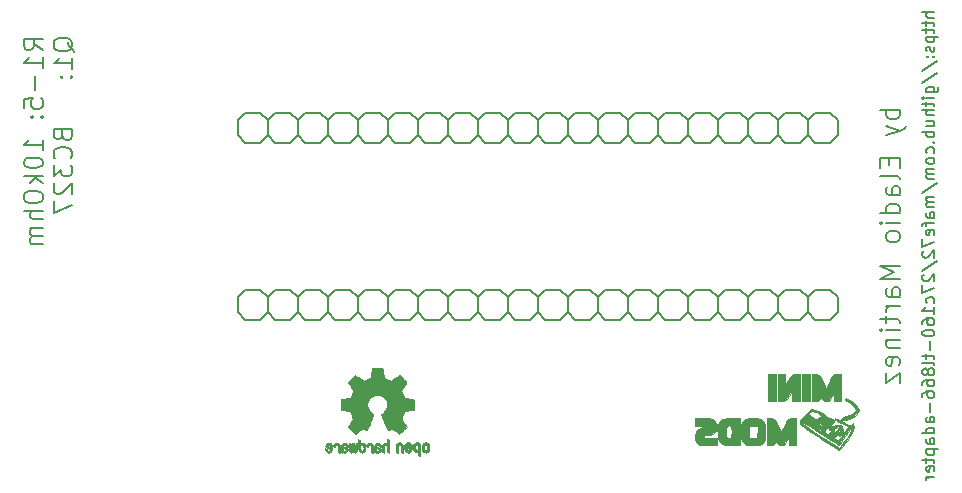
<source format=gbr>
G04 #@! TF.GenerationSoftware,KiCad,Pcbnew,(5.0.0)*
G04 #@! TF.CreationDate,2018-09-19T19:41:42-05:00*
G04 #@! TF.ProjectId,27C160_Adapter,3237433136305F416461707465722E6B,rev?*
G04 #@! TF.SameCoordinates,Original*
G04 #@! TF.FileFunction,Legend,Bot*
G04 #@! TF.FilePolarity,Positive*
%FSLAX46Y46*%
G04 Gerber Fmt 4.6, Leading zero omitted, Abs format (unit mm)*
G04 Created by KiCad (PCBNEW (5.0.0)) date 09/19/18 19:41:42*
%MOMM*%
%LPD*%
G01*
G04 APERTURE LIST*
%ADD10C,0.134112*%
%ADD11C,0.142240*%
%ADD12C,0.152400*%
%ADD13C,0.010000*%
G04 APERTURE END LIST*
D10*
X112305700Y-88385809D02*
X111547329Y-87854949D01*
X112305700Y-87475763D02*
X110713120Y-87475763D01*
X110713120Y-88082460D01*
X110788958Y-88234134D01*
X110864795Y-88309972D01*
X111016469Y-88385809D01*
X111243980Y-88385809D01*
X111395655Y-88309972D01*
X111471492Y-88234134D01*
X111547329Y-88082460D01*
X111547329Y-87475763D01*
X112305700Y-89902552D02*
X112305700Y-88992506D01*
X112305700Y-89447529D02*
X110713120Y-89447529D01*
X110940632Y-89295854D01*
X111092306Y-89144180D01*
X111168143Y-88992506D01*
X111699003Y-90585086D02*
X111699003Y-91798480D01*
X110713120Y-93315223D02*
X110713120Y-92556852D01*
X111471492Y-92481014D01*
X111395655Y-92556852D01*
X111319818Y-92708526D01*
X111319818Y-93087712D01*
X111395655Y-93239386D01*
X111471492Y-93315223D01*
X111623166Y-93391060D01*
X112002352Y-93391060D01*
X112154026Y-93315223D01*
X112229863Y-93239386D01*
X112305700Y-93087712D01*
X112305700Y-92708526D01*
X112229863Y-92556852D01*
X112154026Y-92481014D01*
X112154026Y-94073594D02*
X112229863Y-94149432D01*
X112305700Y-94073594D01*
X112229863Y-93997757D01*
X112154026Y-94073594D01*
X112305700Y-94073594D01*
X111319818Y-94073594D02*
X111395655Y-94149432D01*
X111471492Y-94073594D01*
X111395655Y-93997757D01*
X111319818Y-94073594D01*
X111471492Y-94073594D01*
X112305700Y-96879569D02*
X112305700Y-95969523D01*
X112305700Y-96424546D02*
X110713120Y-96424546D01*
X110940632Y-96272872D01*
X111092306Y-96121197D01*
X111168143Y-95969523D01*
X110713120Y-97865452D02*
X110713120Y-98017126D01*
X110788958Y-98168800D01*
X110864795Y-98244637D01*
X111016469Y-98320474D01*
X111319818Y-98396312D01*
X111699003Y-98396312D01*
X112002352Y-98320474D01*
X112154026Y-98244637D01*
X112229863Y-98168800D01*
X112305700Y-98017126D01*
X112305700Y-97865452D01*
X112229863Y-97713777D01*
X112154026Y-97637940D01*
X112002352Y-97562103D01*
X111699003Y-97486266D01*
X111319818Y-97486266D01*
X111016469Y-97562103D01*
X110864795Y-97637940D01*
X110788958Y-97713777D01*
X110713120Y-97865452D01*
X112305700Y-99078846D02*
X110713120Y-99078846D01*
X111699003Y-99230520D02*
X112305700Y-99685543D01*
X111243980Y-99685543D02*
X111850678Y-99078846D01*
X110713120Y-100671426D02*
X110713120Y-100974774D01*
X110788958Y-101126449D01*
X110940632Y-101278123D01*
X111243980Y-101353960D01*
X111774840Y-101353960D01*
X112078189Y-101278123D01*
X112229863Y-101126449D01*
X112305700Y-100974774D01*
X112305700Y-100671426D01*
X112229863Y-100519752D01*
X112078189Y-100368077D01*
X111774840Y-100292240D01*
X111243980Y-100292240D01*
X110940632Y-100368077D01*
X110788958Y-100519752D01*
X110713120Y-100671426D01*
X112305700Y-102036494D02*
X110713120Y-102036494D01*
X112305700Y-102719029D02*
X111471492Y-102719029D01*
X111319818Y-102643192D01*
X111243980Y-102491517D01*
X111243980Y-102264006D01*
X111319818Y-102112332D01*
X111395655Y-102036494D01*
X112305700Y-103477400D02*
X111243980Y-103477400D01*
X111395655Y-103477400D02*
X111319818Y-103553237D01*
X111243980Y-103704912D01*
X111243980Y-103932423D01*
X111319818Y-104084097D01*
X111471492Y-104159934D01*
X112305700Y-104159934D01*
X111471492Y-104159934D02*
X111319818Y-104235772D01*
X111243980Y-104387446D01*
X111243980Y-104614957D01*
X111319818Y-104766632D01*
X111471492Y-104842469D01*
X112305700Y-104842469D01*
X114980357Y-88537483D02*
X114904520Y-88385809D01*
X114752845Y-88234134D01*
X114525334Y-88006623D01*
X114449497Y-87854949D01*
X114449497Y-87703274D01*
X114828682Y-87779112D02*
X114752845Y-87627437D01*
X114601171Y-87475763D01*
X114297822Y-87399926D01*
X113766962Y-87399926D01*
X113463614Y-87475763D01*
X113311940Y-87627437D01*
X113236102Y-87779112D01*
X113236102Y-88082460D01*
X113311940Y-88234134D01*
X113463614Y-88385809D01*
X113766962Y-88461646D01*
X114297822Y-88461646D01*
X114601171Y-88385809D01*
X114752845Y-88234134D01*
X114828682Y-88082460D01*
X114828682Y-87779112D01*
X114828682Y-89978389D02*
X114828682Y-89068343D01*
X114828682Y-89523366D02*
X113236102Y-89523366D01*
X113463614Y-89371692D01*
X113615288Y-89220017D01*
X113691125Y-89068343D01*
X114677008Y-90660923D02*
X114752845Y-90736760D01*
X114828682Y-90660923D01*
X114752845Y-90585086D01*
X114677008Y-90660923D01*
X114828682Y-90660923D01*
X113842800Y-90660923D02*
X113918637Y-90736760D01*
X113994474Y-90660923D01*
X113918637Y-90585086D01*
X113842800Y-90660923D01*
X113994474Y-90660923D01*
X113994474Y-95590337D02*
X114070311Y-95817849D01*
X114146148Y-95893686D01*
X114297822Y-95969523D01*
X114525334Y-95969523D01*
X114677008Y-95893686D01*
X114752845Y-95817849D01*
X114828682Y-95666174D01*
X114828682Y-95059477D01*
X113236102Y-95059477D01*
X113236102Y-95590337D01*
X113311940Y-95742012D01*
X113387777Y-95817849D01*
X113539451Y-95893686D01*
X113691125Y-95893686D01*
X113842800Y-95817849D01*
X113918637Y-95742012D01*
X113994474Y-95590337D01*
X113994474Y-95059477D01*
X114677008Y-97562103D02*
X114752845Y-97486266D01*
X114828682Y-97258754D01*
X114828682Y-97107080D01*
X114752845Y-96879569D01*
X114601171Y-96727894D01*
X114449497Y-96652057D01*
X114146148Y-96576220D01*
X113918637Y-96576220D01*
X113615288Y-96652057D01*
X113463614Y-96727894D01*
X113311940Y-96879569D01*
X113236102Y-97107080D01*
X113236102Y-97258754D01*
X113311940Y-97486266D01*
X113387777Y-97562103D01*
X113236102Y-98092963D02*
X113236102Y-99078846D01*
X113842800Y-98547986D01*
X113842800Y-98775497D01*
X113918637Y-98927172D01*
X113994474Y-99003009D01*
X114146148Y-99078846D01*
X114525334Y-99078846D01*
X114677008Y-99003009D01*
X114752845Y-98927172D01*
X114828682Y-98775497D01*
X114828682Y-98320474D01*
X114752845Y-98168800D01*
X114677008Y-98092963D01*
X113387777Y-99685543D02*
X113311940Y-99761380D01*
X113236102Y-99913054D01*
X113236102Y-100292240D01*
X113311940Y-100443914D01*
X113387777Y-100519752D01*
X113539451Y-100595589D01*
X113691125Y-100595589D01*
X113918637Y-100519752D01*
X114828682Y-99609706D01*
X114828682Y-100595589D01*
X113236102Y-101126449D02*
X113236102Y-102188169D01*
X114828682Y-101505634D01*
D11*
X187807480Y-85206068D02*
X186807480Y-85206068D01*
X187807480Y-85634639D02*
X187283671Y-85634639D01*
X187188433Y-85587020D01*
X187140814Y-85491782D01*
X187140814Y-85348925D01*
X187188433Y-85253687D01*
X187236052Y-85206068D01*
X187140814Y-85967973D02*
X187140814Y-86348925D01*
X186807480Y-86110830D02*
X187664623Y-86110830D01*
X187759861Y-86158449D01*
X187807480Y-86253687D01*
X187807480Y-86348925D01*
X187140814Y-86539401D02*
X187140814Y-86920354D01*
X186807480Y-86682258D02*
X187664623Y-86682258D01*
X187759861Y-86729877D01*
X187807480Y-86825115D01*
X187807480Y-86920354D01*
X187140814Y-87253687D02*
X188140814Y-87253687D01*
X187188433Y-87253687D02*
X187140814Y-87348925D01*
X187140814Y-87539401D01*
X187188433Y-87634639D01*
X187236052Y-87682258D01*
X187331290Y-87729877D01*
X187617004Y-87729877D01*
X187712242Y-87682258D01*
X187759861Y-87634639D01*
X187807480Y-87539401D01*
X187807480Y-87348925D01*
X187759861Y-87253687D01*
X187759861Y-88110830D02*
X187807480Y-88206068D01*
X187807480Y-88396544D01*
X187759861Y-88491782D01*
X187664623Y-88539401D01*
X187617004Y-88539401D01*
X187521766Y-88491782D01*
X187474147Y-88396544D01*
X187474147Y-88253687D01*
X187426528Y-88158449D01*
X187331290Y-88110830D01*
X187283671Y-88110830D01*
X187188433Y-88158449D01*
X187140814Y-88253687D01*
X187140814Y-88396544D01*
X187188433Y-88491782D01*
X187712242Y-88967973D02*
X187759861Y-89015592D01*
X187807480Y-88967973D01*
X187759861Y-88920354D01*
X187712242Y-88967973D01*
X187807480Y-88967973D01*
X187188433Y-88967973D02*
X187236052Y-89015592D01*
X187283671Y-88967973D01*
X187236052Y-88920354D01*
X187188433Y-88967973D01*
X187283671Y-88967973D01*
X186759861Y-90158449D02*
X188045576Y-89301306D01*
X186759861Y-91206068D02*
X188045576Y-90348925D01*
X187140814Y-91967973D02*
X187950338Y-91967973D01*
X188045576Y-91920354D01*
X188093195Y-91872734D01*
X188140814Y-91777496D01*
X188140814Y-91634639D01*
X188093195Y-91539401D01*
X187759861Y-91967973D02*
X187807480Y-91872734D01*
X187807480Y-91682258D01*
X187759861Y-91587020D01*
X187712242Y-91539401D01*
X187617004Y-91491782D01*
X187331290Y-91491782D01*
X187236052Y-91539401D01*
X187188433Y-91587020D01*
X187140814Y-91682258D01*
X187140814Y-91872734D01*
X187188433Y-91967973D01*
X187807480Y-92444163D02*
X187140814Y-92444163D01*
X186807480Y-92444163D02*
X186855100Y-92396544D01*
X186902719Y-92444163D01*
X186855100Y-92491782D01*
X186807480Y-92444163D01*
X186902719Y-92444163D01*
X187140814Y-92777496D02*
X187140814Y-93158449D01*
X186807480Y-92920354D02*
X187664623Y-92920354D01*
X187759861Y-92967973D01*
X187807480Y-93063211D01*
X187807480Y-93158449D01*
X187807480Y-93491782D02*
X186807480Y-93491782D01*
X187807480Y-93920354D02*
X187283671Y-93920354D01*
X187188433Y-93872734D01*
X187140814Y-93777496D01*
X187140814Y-93634639D01*
X187188433Y-93539401D01*
X187236052Y-93491782D01*
X187140814Y-94825115D02*
X187807480Y-94825115D01*
X187140814Y-94396544D02*
X187664623Y-94396544D01*
X187759861Y-94444163D01*
X187807480Y-94539401D01*
X187807480Y-94682258D01*
X187759861Y-94777496D01*
X187712242Y-94825115D01*
X187807480Y-95301306D02*
X186807480Y-95301306D01*
X187188433Y-95301306D02*
X187140814Y-95396544D01*
X187140814Y-95587020D01*
X187188433Y-95682258D01*
X187236052Y-95729877D01*
X187331290Y-95777496D01*
X187617004Y-95777496D01*
X187712242Y-95729877D01*
X187759861Y-95682258D01*
X187807480Y-95587020D01*
X187807480Y-95396544D01*
X187759861Y-95301306D01*
X187712242Y-96206068D02*
X187759861Y-96253687D01*
X187807480Y-96206068D01*
X187759861Y-96158449D01*
X187712242Y-96206068D01*
X187807480Y-96206068D01*
X187759861Y-97110830D02*
X187807480Y-97015592D01*
X187807480Y-96825115D01*
X187759861Y-96729877D01*
X187712242Y-96682258D01*
X187617004Y-96634639D01*
X187331290Y-96634639D01*
X187236052Y-96682258D01*
X187188433Y-96729877D01*
X187140814Y-96825115D01*
X187140814Y-97015592D01*
X187188433Y-97110830D01*
X187807480Y-97682258D02*
X187759861Y-97587020D01*
X187712242Y-97539401D01*
X187617004Y-97491782D01*
X187331290Y-97491782D01*
X187236052Y-97539401D01*
X187188433Y-97587020D01*
X187140814Y-97682258D01*
X187140814Y-97825115D01*
X187188433Y-97920354D01*
X187236052Y-97967973D01*
X187331290Y-98015592D01*
X187617004Y-98015592D01*
X187712242Y-97967973D01*
X187759861Y-97920354D01*
X187807480Y-97825115D01*
X187807480Y-97682258D01*
X187807480Y-98444163D02*
X187140814Y-98444163D01*
X187236052Y-98444163D02*
X187188433Y-98491782D01*
X187140814Y-98587020D01*
X187140814Y-98729877D01*
X187188433Y-98825115D01*
X187283671Y-98872734D01*
X187807480Y-98872734D01*
X187283671Y-98872734D02*
X187188433Y-98920354D01*
X187140814Y-99015592D01*
X187140814Y-99158449D01*
X187188433Y-99253687D01*
X187283671Y-99301306D01*
X187807480Y-99301306D01*
X186759861Y-100491782D02*
X188045576Y-99634639D01*
X187807480Y-100825115D02*
X187140814Y-100825115D01*
X187236052Y-100825115D02*
X187188433Y-100872734D01*
X187140814Y-100967973D01*
X187140814Y-101110830D01*
X187188433Y-101206068D01*
X187283671Y-101253687D01*
X187807480Y-101253687D01*
X187283671Y-101253687D02*
X187188433Y-101301306D01*
X187140814Y-101396544D01*
X187140814Y-101539401D01*
X187188433Y-101634639D01*
X187283671Y-101682258D01*
X187807480Y-101682258D01*
X187807480Y-102587020D02*
X187283671Y-102587020D01*
X187188433Y-102539401D01*
X187140814Y-102444163D01*
X187140814Y-102253687D01*
X187188433Y-102158449D01*
X187759861Y-102587020D02*
X187807480Y-102491782D01*
X187807480Y-102253687D01*
X187759861Y-102158449D01*
X187664623Y-102110830D01*
X187569385Y-102110830D01*
X187474147Y-102158449D01*
X187426528Y-102253687D01*
X187426528Y-102491782D01*
X187378909Y-102587020D01*
X187140814Y-102920354D02*
X187140814Y-103301306D01*
X187807480Y-103063211D02*
X186950338Y-103063211D01*
X186855100Y-103110830D01*
X186807480Y-103206068D01*
X186807480Y-103301306D01*
X187759861Y-104015592D02*
X187807480Y-103920353D01*
X187807480Y-103729877D01*
X187759861Y-103634639D01*
X187664623Y-103587020D01*
X187283671Y-103587020D01*
X187188433Y-103634639D01*
X187140814Y-103729877D01*
X187140814Y-103920353D01*
X187188433Y-104015592D01*
X187283671Y-104063211D01*
X187378909Y-104063211D01*
X187474147Y-103587020D01*
X186807480Y-104396544D02*
X186807480Y-105063211D01*
X187807480Y-104634639D01*
X186902719Y-105396544D02*
X186855100Y-105444163D01*
X186807480Y-105539401D01*
X186807480Y-105777496D01*
X186855100Y-105872734D01*
X186902719Y-105920353D01*
X186997957Y-105967973D01*
X187093195Y-105967973D01*
X187236052Y-105920353D01*
X187807480Y-105348925D01*
X187807480Y-105967973D01*
X186759861Y-107110830D02*
X188045576Y-106253687D01*
X186902719Y-107396544D02*
X186855100Y-107444163D01*
X186807480Y-107539401D01*
X186807480Y-107777496D01*
X186855100Y-107872734D01*
X186902719Y-107920353D01*
X186997957Y-107967973D01*
X187093195Y-107967973D01*
X187236052Y-107920353D01*
X187807480Y-107348925D01*
X187807480Y-107967973D01*
X186807480Y-108301306D02*
X186807480Y-108967973D01*
X187807480Y-108539401D01*
X187759861Y-109777496D02*
X187807480Y-109682258D01*
X187807480Y-109491782D01*
X187759861Y-109396544D01*
X187712242Y-109348925D01*
X187617004Y-109301306D01*
X187331290Y-109301306D01*
X187236052Y-109348925D01*
X187188433Y-109396544D01*
X187140814Y-109491782D01*
X187140814Y-109682258D01*
X187188433Y-109777496D01*
X187807480Y-110729877D02*
X187807480Y-110158449D01*
X187807480Y-110444163D02*
X186807480Y-110444163D01*
X186950338Y-110348925D01*
X187045576Y-110253687D01*
X187093195Y-110158449D01*
X186807480Y-111587020D02*
X186807480Y-111396544D01*
X186855100Y-111301306D01*
X186902719Y-111253687D01*
X187045576Y-111158449D01*
X187236052Y-111110830D01*
X187617004Y-111110830D01*
X187712242Y-111158449D01*
X187759861Y-111206068D01*
X187807480Y-111301306D01*
X187807480Y-111491782D01*
X187759861Y-111587020D01*
X187712242Y-111634639D01*
X187617004Y-111682258D01*
X187378909Y-111682258D01*
X187283671Y-111634639D01*
X187236052Y-111587020D01*
X187188433Y-111491782D01*
X187188433Y-111301306D01*
X187236052Y-111206068D01*
X187283671Y-111158449D01*
X187378909Y-111110830D01*
X186807480Y-112301306D02*
X186807480Y-112396544D01*
X186855100Y-112491782D01*
X186902719Y-112539401D01*
X186997957Y-112587020D01*
X187188433Y-112634639D01*
X187426528Y-112634639D01*
X187617004Y-112587020D01*
X187712242Y-112539401D01*
X187759861Y-112491782D01*
X187807480Y-112396544D01*
X187807480Y-112301306D01*
X187759861Y-112206068D01*
X187712242Y-112158449D01*
X187617004Y-112110830D01*
X187426528Y-112063211D01*
X187188433Y-112063211D01*
X186997957Y-112110830D01*
X186902719Y-112158449D01*
X186855100Y-112206068D01*
X186807480Y-112301306D01*
X187426528Y-113063211D02*
X187426528Y-113825115D01*
X187140814Y-114158449D02*
X187140814Y-114539401D01*
X186807480Y-114301306D02*
X187664623Y-114301306D01*
X187759861Y-114348925D01*
X187807480Y-114444163D01*
X187807480Y-114539401D01*
X187807480Y-115015592D02*
X187759861Y-114920353D01*
X187664623Y-114872734D01*
X186807480Y-114872734D01*
X187236052Y-115539401D02*
X187188433Y-115444163D01*
X187140814Y-115396544D01*
X187045576Y-115348925D01*
X186997957Y-115348925D01*
X186902719Y-115396544D01*
X186855100Y-115444163D01*
X186807480Y-115539401D01*
X186807480Y-115729877D01*
X186855100Y-115825115D01*
X186902719Y-115872734D01*
X186997957Y-115920353D01*
X187045576Y-115920353D01*
X187140814Y-115872734D01*
X187188433Y-115825115D01*
X187236052Y-115729877D01*
X187236052Y-115539401D01*
X187283671Y-115444163D01*
X187331290Y-115396544D01*
X187426528Y-115348925D01*
X187617004Y-115348925D01*
X187712242Y-115396544D01*
X187759861Y-115444163D01*
X187807480Y-115539401D01*
X187807480Y-115729877D01*
X187759861Y-115825115D01*
X187712242Y-115872734D01*
X187617004Y-115920353D01*
X187426528Y-115920353D01*
X187331290Y-115872734D01*
X187283671Y-115825115D01*
X187236052Y-115729877D01*
X186807480Y-116777496D02*
X186807480Y-116587020D01*
X186855100Y-116491782D01*
X186902719Y-116444163D01*
X187045576Y-116348925D01*
X187236052Y-116301306D01*
X187617004Y-116301306D01*
X187712242Y-116348925D01*
X187759861Y-116396544D01*
X187807480Y-116491782D01*
X187807480Y-116682258D01*
X187759861Y-116777496D01*
X187712242Y-116825115D01*
X187617004Y-116872734D01*
X187378909Y-116872734D01*
X187283671Y-116825115D01*
X187236052Y-116777496D01*
X187188433Y-116682258D01*
X187188433Y-116491782D01*
X187236052Y-116396544D01*
X187283671Y-116348925D01*
X187378909Y-116301306D01*
X186807480Y-117729877D02*
X186807480Y-117539401D01*
X186855100Y-117444163D01*
X186902719Y-117396544D01*
X187045576Y-117301306D01*
X187236052Y-117253687D01*
X187617004Y-117253687D01*
X187712242Y-117301306D01*
X187759861Y-117348925D01*
X187807480Y-117444163D01*
X187807480Y-117634639D01*
X187759861Y-117729877D01*
X187712242Y-117777496D01*
X187617004Y-117825115D01*
X187378909Y-117825115D01*
X187283671Y-117777496D01*
X187236052Y-117729877D01*
X187188433Y-117634639D01*
X187188433Y-117444163D01*
X187236052Y-117348925D01*
X187283671Y-117301306D01*
X187378909Y-117253687D01*
X187426528Y-118253687D02*
X187426528Y-119015592D01*
X187807480Y-119920353D02*
X187283671Y-119920353D01*
X187188433Y-119872734D01*
X187140814Y-119777496D01*
X187140814Y-119587020D01*
X187188433Y-119491782D01*
X187759861Y-119920353D02*
X187807480Y-119825115D01*
X187807480Y-119587020D01*
X187759861Y-119491782D01*
X187664623Y-119444163D01*
X187569385Y-119444163D01*
X187474147Y-119491782D01*
X187426528Y-119587020D01*
X187426528Y-119825115D01*
X187378909Y-119920353D01*
X187807480Y-120825115D02*
X186807480Y-120825115D01*
X187759861Y-120825115D02*
X187807480Y-120729877D01*
X187807480Y-120539401D01*
X187759861Y-120444163D01*
X187712242Y-120396544D01*
X187617004Y-120348925D01*
X187331290Y-120348925D01*
X187236052Y-120396544D01*
X187188433Y-120444163D01*
X187140814Y-120539401D01*
X187140814Y-120729877D01*
X187188433Y-120825115D01*
X187807480Y-121729877D02*
X187283671Y-121729877D01*
X187188433Y-121682258D01*
X187140814Y-121587020D01*
X187140814Y-121396544D01*
X187188433Y-121301306D01*
X187759861Y-121729877D02*
X187807480Y-121634639D01*
X187807480Y-121396544D01*
X187759861Y-121301306D01*
X187664623Y-121253687D01*
X187569385Y-121253687D01*
X187474147Y-121301306D01*
X187426528Y-121396544D01*
X187426528Y-121634639D01*
X187378909Y-121729877D01*
X187140814Y-122206068D02*
X188140814Y-122206068D01*
X187188433Y-122206068D02*
X187140814Y-122301306D01*
X187140814Y-122491782D01*
X187188433Y-122587020D01*
X187236052Y-122634639D01*
X187331290Y-122682258D01*
X187617004Y-122682258D01*
X187712242Y-122634639D01*
X187759861Y-122587020D01*
X187807480Y-122491782D01*
X187807480Y-122301306D01*
X187759861Y-122206068D01*
X187140814Y-122967973D02*
X187140814Y-123348925D01*
X186807480Y-123110830D02*
X187664623Y-123110830D01*
X187759861Y-123158449D01*
X187807480Y-123253687D01*
X187807480Y-123348925D01*
X187759861Y-124063211D02*
X187807480Y-123967973D01*
X187807480Y-123777496D01*
X187759861Y-123682258D01*
X187664623Y-123634639D01*
X187283671Y-123634639D01*
X187188433Y-123682258D01*
X187140814Y-123777496D01*
X187140814Y-123967973D01*
X187188433Y-124063211D01*
X187283671Y-124110830D01*
X187378909Y-124110830D01*
X187474147Y-123634639D01*
X187807480Y-124539401D02*
X187140814Y-124539401D01*
X187331290Y-124539401D02*
X187236052Y-124587020D01*
X187188433Y-124634639D01*
X187140814Y-124729877D01*
X187140814Y-124825115D01*
X184879826Y-93442197D02*
X183190726Y-93442197D01*
X183834193Y-93442197D02*
X183753760Y-93603063D01*
X183753760Y-93924797D01*
X183834193Y-94085663D01*
X183914626Y-94166097D01*
X184075493Y-94246530D01*
X184558093Y-94246530D01*
X184718960Y-94166097D01*
X184799393Y-94085663D01*
X184879826Y-93924797D01*
X184879826Y-93603063D01*
X184799393Y-93442197D01*
X183753760Y-94809563D02*
X184879826Y-95211730D01*
X183753760Y-95613897D02*
X184879826Y-95211730D01*
X185281993Y-95050863D01*
X185362426Y-94970430D01*
X185442860Y-94809563D01*
X183995060Y-97544297D02*
X183995060Y-98107330D01*
X184879826Y-98348630D02*
X184879826Y-97544297D01*
X183190726Y-97544297D01*
X183190726Y-98348630D01*
X184879826Y-99313830D02*
X184799393Y-99152963D01*
X184638526Y-99072530D01*
X183190726Y-99072530D01*
X184879826Y-100681197D02*
X183995060Y-100681197D01*
X183834193Y-100600763D01*
X183753760Y-100439897D01*
X183753760Y-100118163D01*
X183834193Y-99957297D01*
X184799393Y-100681197D02*
X184879826Y-100520330D01*
X184879826Y-100118163D01*
X184799393Y-99957297D01*
X184638526Y-99876863D01*
X184477660Y-99876863D01*
X184316793Y-99957297D01*
X184236360Y-100118163D01*
X184236360Y-100520330D01*
X184155926Y-100681197D01*
X184879826Y-102209430D02*
X183190726Y-102209430D01*
X184799393Y-102209430D02*
X184879826Y-102048563D01*
X184879826Y-101726830D01*
X184799393Y-101565963D01*
X184718960Y-101485530D01*
X184558093Y-101405097D01*
X184075493Y-101405097D01*
X183914626Y-101485530D01*
X183834193Y-101565963D01*
X183753760Y-101726830D01*
X183753760Y-102048563D01*
X183834193Y-102209430D01*
X184879826Y-103013763D02*
X183753760Y-103013763D01*
X183190726Y-103013763D02*
X183271160Y-102933330D01*
X183351593Y-103013763D01*
X183271160Y-103094197D01*
X183190726Y-103013763D01*
X183351593Y-103013763D01*
X184879826Y-104059397D02*
X184799393Y-103898530D01*
X184718960Y-103818097D01*
X184558093Y-103737663D01*
X184075493Y-103737663D01*
X183914626Y-103818097D01*
X183834193Y-103898530D01*
X183753760Y-104059397D01*
X183753760Y-104300697D01*
X183834193Y-104461563D01*
X183914626Y-104541997D01*
X184075493Y-104622430D01*
X184558093Y-104622430D01*
X184718960Y-104541997D01*
X184799393Y-104461563D01*
X184879826Y-104300697D01*
X184879826Y-104059397D01*
X184879826Y-106633263D02*
X183190726Y-106633263D01*
X184397226Y-107196297D01*
X183190726Y-107759330D01*
X184879826Y-107759330D01*
X184879826Y-109287563D02*
X183995060Y-109287563D01*
X183834193Y-109207130D01*
X183753760Y-109046263D01*
X183753760Y-108724530D01*
X183834193Y-108563663D01*
X184799393Y-109287563D02*
X184879826Y-109126697D01*
X184879826Y-108724530D01*
X184799393Y-108563663D01*
X184638526Y-108483230D01*
X184477660Y-108483230D01*
X184316793Y-108563663D01*
X184236360Y-108724530D01*
X184236360Y-109126697D01*
X184155926Y-109287563D01*
X184879826Y-110091897D02*
X183753760Y-110091897D01*
X184075493Y-110091897D02*
X183914626Y-110172330D01*
X183834193Y-110252763D01*
X183753760Y-110413630D01*
X183753760Y-110574497D01*
X183753760Y-110896230D02*
X183753760Y-111539697D01*
X183190726Y-111137530D02*
X184638526Y-111137530D01*
X184799393Y-111217963D01*
X184879826Y-111378830D01*
X184879826Y-111539697D01*
X184879826Y-112102730D02*
X183753760Y-112102730D01*
X183190726Y-112102730D02*
X183271160Y-112022297D01*
X183351593Y-112102730D01*
X183271160Y-112183163D01*
X183190726Y-112102730D01*
X183351593Y-112102730D01*
X183753760Y-112907063D02*
X184879826Y-112907063D01*
X183914626Y-112907063D02*
X183834193Y-112987497D01*
X183753760Y-113148363D01*
X183753760Y-113389663D01*
X183834193Y-113550530D01*
X183995060Y-113630963D01*
X184879826Y-113630963D01*
X184799393Y-115078763D02*
X184879826Y-114917897D01*
X184879826Y-114596163D01*
X184799393Y-114435297D01*
X184638526Y-114354863D01*
X183995060Y-114354863D01*
X183834193Y-114435297D01*
X183753760Y-114596163D01*
X183753760Y-114917897D01*
X183834193Y-115078763D01*
X183995060Y-115159197D01*
X184155926Y-115159197D01*
X184316793Y-114354863D01*
X183753760Y-115722230D02*
X183753760Y-116606997D01*
X184879826Y-115722230D01*
X184879826Y-116606997D01*
D12*
G04 #@! TO.C,U1*
X175171000Y-93701000D02*
X176441000Y-93701000D01*
X176441000Y-93701000D02*
X177076000Y-94336000D01*
X177076000Y-94336000D02*
X177076000Y-95606000D01*
X177076000Y-95606000D02*
X176441000Y-96241000D01*
X171996000Y-94336000D02*
X172631000Y-93701000D01*
X172631000Y-93701000D02*
X173901000Y-93701000D01*
X173901000Y-93701000D02*
X174536000Y-94336000D01*
X174536000Y-94336000D02*
X174536000Y-95606000D01*
X174536000Y-95606000D02*
X173901000Y-96241000D01*
X173901000Y-96241000D02*
X172631000Y-96241000D01*
X172631000Y-96241000D02*
X171996000Y-95606000D01*
X175171000Y-93701000D02*
X174536000Y-94336000D01*
X174536000Y-95606000D02*
X175171000Y-96241000D01*
X176441000Y-96241000D02*
X175171000Y-96241000D01*
X167551000Y-93701000D02*
X168821000Y-93701000D01*
X168821000Y-93701000D02*
X169456000Y-94336000D01*
X169456000Y-94336000D02*
X169456000Y-95606000D01*
X169456000Y-95606000D02*
X168821000Y-96241000D01*
X169456000Y-94336000D02*
X170091000Y-93701000D01*
X170091000Y-93701000D02*
X171361000Y-93701000D01*
X171361000Y-93701000D02*
X171996000Y-94336000D01*
X171996000Y-94336000D02*
X171996000Y-95606000D01*
X171996000Y-95606000D02*
X171361000Y-96241000D01*
X171361000Y-96241000D02*
X170091000Y-96241000D01*
X170091000Y-96241000D02*
X169456000Y-95606000D01*
X164376000Y-94336000D02*
X165011000Y-93701000D01*
X165011000Y-93701000D02*
X166281000Y-93701000D01*
X166281000Y-93701000D02*
X166916000Y-94336000D01*
X166916000Y-94336000D02*
X166916000Y-95606000D01*
X166916000Y-95606000D02*
X166281000Y-96241000D01*
X166281000Y-96241000D02*
X165011000Y-96241000D01*
X165011000Y-96241000D02*
X164376000Y-95606000D01*
X167551000Y-93701000D02*
X166916000Y-94336000D01*
X166916000Y-95606000D02*
X167551000Y-96241000D01*
X168821000Y-96241000D02*
X167551000Y-96241000D01*
X159931000Y-93701000D02*
X161201000Y-93701000D01*
X161201000Y-93701000D02*
X161836000Y-94336000D01*
X161836000Y-94336000D02*
X161836000Y-95606000D01*
X161836000Y-95606000D02*
X161201000Y-96241000D01*
X161836000Y-94336000D02*
X162471000Y-93701000D01*
X162471000Y-93701000D02*
X163741000Y-93701000D01*
X163741000Y-93701000D02*
X164376000Y-94336000D01*
X164376000Y-94336000D02*
X164376000Y-95606000D01*
X164376000Y-95606000D02*
X163741000Y-96241000D01*
X163741000Y-96241000D02*
X162471000Y-96241000D01*
X162471000Y-96241000D02*
X161836000Y-95606000D01*
X156756000Y-94336000D02*
X157391000Y-93701000D01*
X157391000Y-93701000D02*
X158661000Y-93701000D01*
X158661000Y-93701000D02*
X159296000Y-94336000D01*
X159296000Y-94336000D02*
X159296000Y-95606000D01*
X159296000Y-95606000D02*
X158661000Y-96241000D01*
X158661000Y-96241000D02*
X157391000Y-96241000D01*
X157391000Y-96241000D02*
X156756000Y-95606000D01*
X159931000Y-93701000D02*
X159296000Y-94336000D01*
X159296000Y-95606000D02*
X159931000Y-96241000D01*
X161201000Y-96241000D02*
X159931000Y-96241000D01*
X152311000Y-93701000D02*
X153581000Y-93701000D01*
X153581000Y-93701000D02*
X154216000Y-94336000D01*
X154216000Y-94336000D02*
X154216000Y-95606000D01*
X154216000Y-95606000D02*
X153581000Y-96241000D01*
X154216000Y-94336000D02*
X154851000Y-93701000D01*
X154851000Y-93701000D02*
X156121000Y-93701000D01*
X156121000Y-93701000D02*
X156756000Y-94336000D01*
X156756000Y-94336000D02*
X156756000Y-95606000D01*
X156756000Y-95606000D02*
X156121000Y-96241000D01*
X156121000Y-96241000D02*
X154851000Y-96241000D01*
X154851000Y-96241000D02*
X154216000Y-95606000D01*
X149136000Y-94336000D02*
X149771000Y-93701000D01*
X149771000Y-93701000D02*
X151041000Y-93701000D01*
X151041000Y-93701000D02*
X151676000Y-94336000D01*
X151676000Y-94336000D02*
X151676000Y-95606000D01*
X151676000Y-95606000D02*
X151041000Y-96241000D01*
X151041000Y-96241000D02*
X149771000Y-96241000D01*
X149771000Y-96241000D02*
X149136000Y-95606000D01*
X152311000Y-93701000D02*
X151676000Y-94336000D01*
X151676000Y-95606000D02*
X152311000Y-96241000D01*
X153581000Y-96241000D02*
X152311000Y-96241000D01*
X144691000Y-93701000D02*
X145961000Y-93701000D01*
X145961000Y-93701000D02*
X146596000Y-94336000D01*
X146596000Y-94336000D02*
X146596000Y-95606000D01*
X146596000Y-95606000D02*
X145961000Y-96241000D01*
X146596000Y-94336000D02*
X147231000Y-93701000D01*
X147231000Y-93701000D02*
X148501000Y-93701000D01*
X148501000Y-93701000D02*
X149136000Y-94336000D01*
X149136000Y-94336000D02*
X149136000Y-95606000D01*
X149136000Y-95606000D02*
X148501000Y-96241000D01*
X148501000Y-96241000D02*
X147231000Y-96241000D01*
X147231000Y-96241000D02*
X146596000Y-95606000D01*
X141516000Y-94336000D02*
X142151000Y-93701000D01*
X142151000Y-93701000D02*
X143421000Y-93701000D01*
X143421000Y-93701000D02*
X144056000Y-94336000D01*
X144056000Y-94336000D02*
X144056000Y-95606000D01*
X144056000Y-95606000D02*
X143421000Y-96241000D01*
X143421000Y-96241000D02*
X142151000Y-96241000D01*
X142151000Y-96241000D02*
X141516000Y-95606000D01*
X144691000Y-93701000D02*
X144056000Y-94336000D01*
X144056000Y-95606000D02*
X144691000Y-96241000D01*
X145961000Y-96241000D02*
X144691000Y-96241000D01*
X137071000Y-93701000D02*
X138341000Y-93701000D01*
X138341000Y-93701000D02*
X138976000Y-94336000D01*
X138976000Y-94336000D02*
X138976000Y-95606000D01*
X138976000Y-95606000D02*
X138341000Y-96241000D01*
X138976000Y-94336000D02*
X139611000Y-93701000D01*
X139611000Y-93701000D02*
X140881000Y-93701000D01*
X140881000Y-93701000D02*
X141516000Y-94336000D01*
X141516000Y-94336000D02*
X141516000Y-95606000D01*
X141516000Y-95606000D02*
X140881000Y-96241000D01*
X140881000Y-96241000D02*
X139611000Y-96241000D01*
X139611000Y-96241000D02*
X138976000Y-95606000D01*
X133896000Y-94336000D02*
X134531000Y-93701000D01*
X134531000Y-93701000D02*
X135801000Y-93701000D01*
X135801000Y-93701000D02*
X136436000Y-94336000D01*
X136436000Y-94336000D02*
X136436000Y-95606000D01*
X136436000Y-95606000D02*
X135801000Y-96241000D01*
X135801000Y-96241000D02*
X134531000Y-96241000D01*
X134531000Y-96241000D02*
X133896000Y-95606000D01*
X137071000Y-93701000D02*
X136436000Y-94336000D01*
X136436000Y-95606000D02*
X137071000Y-96241000D01*
X138341000Y-96241000D02*
X137071000Y-96241000D01*
X129451000Y-93701000D02*
X130721000Y-93701000D01*
X130721000Y-93701000D02*
X131356000Y-94336000D01*
X131356000Y-94336000D02*
X131356000Y-95606000D01*
X131356000Y-95606000D02*
X130721000Y-96241000D01*
X131356000Y-94336000D02*
X131991000Y-93701000D01*
X131991000Y-93701000D02*
X133261000Y-93701000D01*
X133261000Y-93701000D02*
X133896000Y-94336000D01*
X133896000Y-94336000D02*
X133896000Y-95606000D01*
X133896000Y-95606000D02*
X133261000Y-96241000D01*
X133261000Y-96241000D02*
X131991000Y-96241000D01*
X131991000Y-96241000D02*
X131356000Y-95606000D01*
X128816000Y-94336000D02*
X128816000Y-95606000D01*
X129451000Y-93701000D02*
X128816000Y-94336000D01*
X128816000Y-95606000D02*
X129451000Y-96241000D01*
X130721000Y-96241000D02*
X129451000Y-96241000D01*
X177711000Y-93701000D02*
X178981000Y-93701000D01*
X178981000Y-93701000D02*
X179616000Y-94336000D01*
X179616000Y-94336000D02*
X179616000Y-95606000D01*
X179616000Y-95606000D02*
X178981000Y-96241000D01*
X177711000Y-93701000D02*
X177076000Y-94336000D01*
X177076000Y-95606000D02*
X177711000Y-96241000D01*
X178981000Y-96241000D02*
X177711000Y-96241000D01*
X175171000Y-108687000D02*
X176441000Y-108687000D01*
X176441000Y-108687000D02*
X177076000Y-109322000D01*
X177076000Y-109322000D02*
X177076000Y-110592000D01*
X177076000Y-110592000D02*
X176441000Y-111227000D01*
X171996000Y-109322000D02*
X172631000Y-108687000D01*
X172631000Y-108687000D02*
X173901000Y-108687000D01*
X173901000Y-108687000D02*
X174536000Y-109322000D01*
X174536000Y-109322000D02*
X174536000Y-110592000D01*
X174536000Y-110592000D02*
X173901000Y-111227000D01*
X173901000Y-111227000D02*
X172631000Y-111227000D01*
X172631000Y-111227000D02*
X171996000Y-110592000D01*
X175171000Y-108687000D02*
X174536000Y-109322000D01*
X174536000Y-110592000D02*
X175171000Y-111227000D01*
X176441000Y-111227000D02*
X175171000Y-111227000D01*
X167551000Y-108687000D02*
X168821000Y-108687000D01*
X168821000Y-108687000D02*
X169456000Y-109322000D01*
X169456000Y-109322000D02*
X169456000Y-110592000D01*
X169456000Y-110592000D02*
X168821000Y-111227000D01*
X169456000Y-109322000D02*
X170091000Y-108687000D01*
X170091000Y-108687000D02*
X171361000Y-108687000D01*
X171361000Y-108687000D02*
X171996000Y-109322000D01*
X171996000Y-109322000D02*
X171996000Y-110592000D01*
X171996000Y-110592000D02*
X171361000Y-111227000D01*
X171361000Y-111227000D02*
X170091000Y-111227000D01*
X170091000Y-111227000D02*
X169456000Y-110592000D01*
X164376000Y-109322000D02*
X165011000Y-108687000D01*
X165011000Y-108687000D02*
X166281000Y-108687000D01*
X166281000Y-108687000D02*
X166916000Y-109322000D01*
X166916000Y-109322000D02*
X166916000Y-110592000D01*
X166916000Y-110592000D02*
X166281000Y-111227000D01*
X166281000Y-111227000D02*
X165011000Y-111227000D01*
X165011000Y-111227000D02*
X164376000Y-110592000D01*
X167551000Y-108687000D02*
X166916000Y-109322000D01*
X166916000Y-110592000D02*
X167551000Y-111227000D01*
X168821000Y-111227000D02*
X167551000Y-111227000D01*
X159931000Y-108687000D02*
X161201000Y-108687000D01*
X161201000Y-108687000D02*
X161836000Y-109322000D01*
X161836000Y-109322000D02*
X161836000Y-110592000D01*
X161836000Y-110592000D02*
X161201000Y-111227000D01*
X161836000Y-109322000D02*
X162471000Y-108687000D01*
X162471000Y-108687000D02*
X163741000Y-108687000D01*
X163741000Y-108687000D02*
X164376000Y-109322000D01*
X164376000Y-109322000D02*
X164376000Y-110592000D01*
X164376000Y-110592000D02*
X163741000Y-111227000D01*
X163741000Y-111227000D02*
X162471000Y-111227000D01*
X162471000Y-111227000D02*
X161836000Y-110592000D01*
X156756000Y-109322000D02*
X157391000Y-108687000D01*
X157391000Y-108687000D02*
X158661000Y-108687000D01*
X158661000Y-108687000D02*
X159296000Y-109322000D01*
X159296000Y-109322000D02*
X159296000Y-110592000D01*
X159296000Y-110592000D02*
X158661000Y-111227000D01*
X158661000Y-111227000D02*
X157391000Y-111227000D01*
X157391000Y-111227000D02*
X156756000Y-110592000D01*
X159931000Y-108687000D02*
X159296000Y-109322000D01*
X159296000Y-110592000D02*
X159931000Y-111227000D01*
X161201000Y-111227000D02*
X159931000Y-111227000D01*
X152311000Y-108687000D02*
X153581000Y-108687000D01*
X153581000Y-108687000D02*
X154216000Y-109322000D01*
X154216000Y-109322000D02*
X154216000Y-110592000D01*
X154216000Y-110592000D02*
X153581000Y-111227000D01*
X154216000Y-109322000D02*
X154851000Y-108687000D01*
X154851000Y-108687000D02*
X156121000Y-108687000D01*
X156121000Y-108687000D02*
X156756000Y-109322000D01*
X156756000Y-109322000D02*
X156756000Y-110592000D01*
X156756000Y-110592000D02*
X156121000Y-111227000D01*
X156121000Y-111227000D02*
X154851000Y-111227000D01*
X154851000Y-111227000D02*
X154216000Y-110592000D01*
X149136000Y-109322000D02*
X149771000Y-108687000D01*
X149771000Y-108687000D02*
X151041000Y-108687000D01*
X151041000Y-108687000D02*
X151676000Y-109322000D01*
X151676000Y-109322000D02*
X151676000Y-110592000D01*
X151676000Y-110592000D02*
X151041000Y-111227000D01*
X151041000Y-111227000D02*
X149771000Y-111227000D01*
X149771000Y-111227000D02*
X149136000Y-110592000D01*
X152311000Y-108687000D02*
X151676000Y-109322000D01*
X151676000Y-110592000D02*
X152311000Y-111227000D01*
X153581000Y-111227000D02*
X152311000Y-111227000D01*
X144691000Y-108687000D02*
X145961000Y-108687000D01*
X145961000Y-108687000D02*
X146596000Y-109322000D01*
X146596000Y-109322000D02*
X146596000Y-110592000D01*
X146596000Y-110592000D02*
X145961000Y-111227000D01*
X146596000Y-109322000D02*
X147231000Y-108687000D01*
X147231000Y-108687000D02*
X148501000Y-108687000D01*
X148501000Y-108687000D02*
X149136000Y-109322000D01*
X149136000Y-109322000D02*
X149136000Y-110592000D01*
X149136000Y-110592000D02*
X148501000Y-111227000D01*
X148501000Y-111227000D02*
X147231000Y-111227000D01*
X147231000Y-111227000D02*
X146596000Y-110592000D01*
X141516000Y-109322000D02*
X142151000Y-108687000D01*
X142151000Y-108687000D02*
X143421000Y-108687000D01*
X143421000Y-108687000D02*
X144056000Y-109322000D01*
X144056000Y-109322000D02*
X144056000Y-110592000D01*
X144056000Y-110592000D02*
X143421000Y-111227000D01*
X143421000Y-111227000D02*
X142151000Y-111227000D01*
X142151000Y-111227000D02*
X141516000Y-110592000D01*
X144691000Y-108687000D02*
X144056000Y-109322000D01*
X144056000Y-110592000D02*
X144691000Y-111227000D01*
X145961000Y-111227000D02*
X144691000Y-111227000D01*
X137071000Y-108687000D02*
X138341000Y-108687000D01*
X138341000Y-108687000D02*
X138976000Y-109322000D01*
X138976000Y-109322000D02*
X138976000Y-110592000D01*
X138976000Y-110592000D02*
X138341000Y-111227000D01*
X138976000Y-109322000D02*
X139611000Y-108687000D01*
X139611000Y-108687000D02*
X140881000Y-108687000D01*
X140881000Y-108687000D02*
X141516000Y-109322000D01*
X141516000Y-109322000D02*
X141516000Y-110592000D01*
X141516000Y-110592000D02*
X140881000Y-111227000D01*
X140881000Y-111227000D02*
X139611000Y-111227000D01*
X139611000Y-111227000D02*
X138976000Y-110592000D01*
X133896000Y-109322000D02*
X134531000Y-108687000D01*
X134531000Y-108687000D02*
X135801000Y-108687000D01*
X135801000Y-108687000D02*
X136436000Y-109322000D01*
X136436000Y-109322000D02*
X136436000Y-110592000D01*
X136436000Y-110592000D02*
X135801000Y-111227000D01*
X135801000Y-111227000D02*
X134531000Y-111227000D01*
X134531000Y-111227000D02*
X133896000Y-110592000D01*
X137071000Y-108687000D02*
X136436000Y-109322000D01*
X136436000Y-110592000D02*
X137071000Y-111227000D01*
X138341000Y-111227000D02*
X137071000Y-111227000D01*
X129451000Y-108687000D02*
X130721000Y-108687000D01*
X130721000Y-108687000D02*
X131356000Y-109322000D01*
X131356000Y-109322000D02*
X131356000Y-110592000D01*
X131356000Y-110592000D02*
X130721000Y-111227000D01*
X131356000Y-109322000D02*
X131991000Y-108687000D01*
X131991000Y-108687000D02*
X133261000Y-108687000D01*
X133261000Y-108687000D02*
X133896000Y-109322000D01*
X133896000Y-109322000D02*
X133896000Y-110592000D01*
X133896000Y-110592000D02*
X133261000Y-111227000D01*
X133261000Y-111227000D02*
X131991000Y-111227000D01*
X131991000Y-111227000D02*
X131356000Y-110592000D01*
X128816000Y-109322000D02*
X128816000Y-110592000D01*
X129451000Y-108687000D02*
X128816000Y-109322000D01*
X128816000Y-110592000D02*
X129451000Y-111227000D01*
X130721000Y-111227000D02*
X129451000Y-111227000D01*
X177711000Y-108687000D02*
X178981000Y-108687000D01*
X178981000Y-108687000D02*
X179616000Y-109322000D01*
X179616000Y-109322000D02*
X179616000Y-110592000D01*
X179616000Y-110592000D02*
X178981000Y-111227000D01*
X177711000Y-108687000D02*
X177076000Y-109322000D01*
X177076000Y-110592000D02*
X177711000Y-111227000D01*
X178981000Y-111227000D02*
X177711000Y-111227000D01*
D13*
G04 #@! TO.C,REF01*
G36*
X140515162Y-115317256D02*
X140409428Y-115317835D01*
X140332908Y-115319402D01*
X140280668Y-115322452D01*
X140247777Y-115327476D01*
X140229303Y-115334969D01*
X140220313Y-115345424D01*
X140215877Y-115359333D01*
X140215446Y-115361134D01*
X140208707Y-115393625D01*
X140196232Y-115457732D01*
X140179321Y-115546631D01*
X140159269Y-115653499D01*
X140137376Y-115771513D01*
X140136611Y-115775658D01*
X140114681Y-115891311D01*
X140094163Y-115993494D01*
X140076381Y-116076078D01*
X140062659Y-116132936D01*
X140054322Y-116157938D01*
X140053924Y-116158381D01*
X140029363Y-116170590D01*
X139978725Y-116190936D01*
X139912945Y-116215025D01*
X139912579Y-116215154D01*
X139829723Y-116246298D01*
X139732040Y-116285971D01*
X139639963Y-116325861D01*
X139635606Y-116327833D01*
X139485633Y-116395900D01*
X139153542Y-116169119D01*
X139051666Y-116099984D01*
X138959383Y-116038177D01*
X138882037Y-115987213D01*
X138824976Y-115950607D01*
X138793545Y-115931874D01*
X138790561Y-115930484D01*
X138767719Y-115936670D01*
X138725058Y-115966515D01*
X138660912Y-116021427D01*
X138573619Y-116102814D01*
X138484505Y-116189402D01*
X138398599Y-116274727D01*
X138321713Y-116352588D01*
X138258476Y-116418177D01*
X138213517Y-116466685D01*
X138191464Y-116493305D01*
X138190644Y-116494675D01*
X138188206Y-116512943D01*
X138197390Y-116542775D01*
X138220466Y-116588201D01*
X138259703Y-116653250D01*
X138317370Y-116741950D01*
X138394245Y-116856137D01*
X138462470Y-116956642D01*
X138523458Y-117046783D01*
X138573684Y-117121329D01*
X138609624Y-117175045D01*
X138627753Y-117202698D01*
X138628894Y-117204575D01*
X138626681Y-117231070D01*
X138609902Y-117282566D01*
X138581898Y-117349331D01*
X138571918Y-117370652D01*
X138528368Y-117465639D01*
X138481906Y-117573417D01*
X138444163Y-117666672D01*
X138416967Y-117735886D01*
X138395365Y-117788486D01*
X138382882Y-117815977D01*
X138381331Y-117818096D01*
X138358372Y-117821604D01*
X138304254Y-117831218D01*
X138226172Y-117845569D01*
X138131321Y-117863287D01*
X138026897Y-117883005D01*
X137920096Y-117903354D01*
X137818114Y-117922966D01*
X137728146Y-117940471D01*
X137657387Y-117954502D01*
X137613034Y-117963689D01*
X137602155Y-117966287D01*
X137590918Y-117972698D01*
X137582435Y-117987177D01*
X137576326Y-118014613D01*
X137572208Y-118059891D01*
X137569699Y-118127900D01*
X137568419Y-118223527D01*
X137567986Y-118351660D01*
X137567963Y-118404181D01*
X137567963Y-118831325D01*
X137670540Y-118851571D01*
X137727609Y-118862550D01*
X137812771Y-118878575D01*
X137915668Y-118897713D01*
X138025944Y-118918031D01*
X138056425Y-118923612D01*
X138158185Y-118943397D01*
X138246835Y-118962853D01*
X138314932Y-118980177D01*
X138355036Y-118993568D01*
X138361717Y-118997559D01*
X138378121Y-119025822D01*
X138401641Y-119080589D01*
X138427724Y-119151068D01*
X138432898Y-119166249D01*
X138467084Y-119260376D01*
X138509517Y-119366581D01*
X138551043Y-119461953D01*
X138551248Y-119462396D01*
X138620400Y-119612005D01*
X138165528Y-120281097D01*
X138457540Y-120573596D01*
X138545860Y-120660650D01*
X138626415Y-120737389D01*
X138694680Y-120799717D01*
X138746132Y-120843536D01*
X138776246Y-120864750D01*
X138780566Y-120866096D01*
X138805929Y-120855496D01*
X138857682Y-120826027D01*
X138930172Y-120781185D01*
X139017746Y-120724464D01*
X139112428Y-120660942D01*
X139208524Y-120596148D01*
X139294203Y-120539767D01*
X139364024Y-120495268D01*
X139412546Y-120466119D01*
X139434258Y-120455788D01*
X139460747Y-120464530D01*
X139510978Y-120487567D01*
X139574589Y-120520111D01*
X139581332Y-120523729D01*
X139666994Y-120566690D01*
X139725734Y-120587759D01*
X139762268Y-120587983D01*
X139781309Y-120568408D01*
X139781420Y-120568134D01*
X139790938Y-120544952D01*
X139813637Y-120489921D01*
X139847758Y-120407302D01*
X139891540Y-120301352D01*
X139943224Y-120176332D01*
X140001048Y-120036500D01*
X140057049Y-119901117D01*
X140118593Y-119751714D01*
X140175101Y-119613312D01*
X140224879Y-119490153D01*
X140266234Y-119386482D01*
X140297472Y-119306539D01*
X140316899Y-119254568D01*
X140322886Y-119235172D01*
X140307872Y-119212923D01*
X140268601Y-119177462D01*
X140216233Y-119138367D01*
X140067099Y-119014725D01*
X139950529Y-118873002D01*
X139867922Y-118716184D01*
X139820674Y-118547255D01*
X139810183Y-118369202D01*
X139817809Y-118287019D01*
X139859358Y-118116511D01*
X139930917Y-117965939D01*
X140028045Y-117836789D01*
X140146306Y-117730544D01*
X140281260Y-117648690D01*
X140428469Y-117592712D01*
X140583496Y-117564095D01*
X140741901Y-117564324D01*
X140899246Y-117594885D01*
X141051094Y-117657262D01*
X141193005Y-117752940D01*
X141252237Y-117807052D01*
X141365837Y-117946000D01*
X141444934Y-118097841D01*
X141490054Y-118258147D01*
X141501724Y-118422492D01*
X141480471Y-118586451D01*
X141426820Y-118745598D01*
X141341300Y-118895505D01*
X141224435Y-119031747D01*
X141093847Y-119138367D01*
X141039452Y-119179122D01*
X141001026Y-119214198D01*
X140987194Y-119235206D01*
X140994437Y-119258115D01*
X141015035Y-119312845D01*
X141047294Y-119395152D01*
X141089519Y-119500795D01*
X141140017Y-119625530D01*
X141197092Y-119765116D01*
X141253186Y-119901150D01*
X141315073Y-120050681D01*
X141372396Y-120189247D01*
X141423396Y-120312587D01*
X141466313Y-120416444D01*
X141499387Y-120496560D01*
X141520859Y-120548675D01*
X141528815Y-120568134D01*
X141547611Y-120587903D01*
X141583966Y-120587845D01*
X141642561Y-120566921D01*
X141728072Y-120524093D01*
X141728748Y-120523729D01*
X141793133Y-120490492D01*
X141845179Y-120466282D01*
X141874528Y-120455884D01*
X141875823Y-120455788D01*
X141897916Y-120466335D01*
X141946692Y-120495664D01*
X142016709Y-120540307D01*
X142102526Y-120596794D01*
X142197652Y-120660942D01*
X142294500Y-120725891D01*
X142381787Y-120782376D01*
X142453859Y-120826901D01*
X142505063Y-120855970D01*
X142529514Y-120866096D01*
X142552030Y-120852787D01*
X142597298Y-120815592D01*
X142660796Y-120758608D01*
X142738001Y-120685929D01*
X142824389Y-120601651D01*
X142852641Y-120573496D01*
X143144753Y-120280896D01*
X142922409Y-119954584D01*
X142854838Y-119854377D01*
X142795533Y-119764443D01*
X142747823Y-119689990D01*
X142715033Y-119636231D01*
X142700492Y-119608374D01*
X142700066Y-119606392D01*
X142707732Y-119580135D01*
X142728351Y-119527317D01*
X142758355Y-119456790D01*
X142779415Y-119409573D01*
X142818792Y-119319174D01*
X142855875Y-119227846D01*
X142884625Y-119150680D01*
X142892435Y-119127172D01*
X142914623Y-119064396D01*
X142936313Y-119015891D01*
X142948227Y-118997559D01*
X142974517Y-118986339D01*
X143031898Y-118970434D01*
X143112922Y-118951647D01*
X143210145Y-118931779D01*
X143253655Y-118923612D01*
X143364144Y-118903309D01*
X143470124Y-118883650D01*
X143561239Y-118866568D01*
X143627132Y-118853998D01*
X143639540Y-118851571D01*
X143742117Y-118831325D01*
X143742117Y-118404181D01*
X143741887Y-118263726D01*
X143740941Y-118157459D01*
X143738899Y-118080493D01*
X143735378Y-118027940D01*
X143729997Y-117994913D01*
X143722374Y-117976525D01*
X143712128Y-117967888D01*
X143707925Y-117966287D01*
X143682570Y-117960607D01*
X143626556Y-117949275D01*
X143547076Y-117933659D01*
X143451328Y-117915127D01*
X143346507Y-117895049D01*
X143239808Y-117874792D01*
X143138427Y-117855726D01*
X143049561Y-117839219D01*
X142980403Y-117826639D01*
X142938151Y-117819355D01*
X142928750Y-117818096D01*
X142920233Y-117801243D01*
X142901380Y-117756350D01*
X142875716Y-117691910D01*
X142865917Y-117666672D01*
X142826392Y-117569166D01*
X142779848Y-117461439D01*
X142738163Y-117370652D01*
X142707490Y-117301233D01*
X142687084Y-117244190D01*
X142680272Y-117209257D01*
X142681358Y-117204575D01*
X142695755Y-117182471D01*
X142728628Y-117133311D01*
X142776450Y-117062328D01*
X142835692Y-116974758D01*
X142902825Y-116875837D01*
X142916099Y-116856310D01*
X142993994Y-116740620D01*
X143051253Y-116652524D01*
X143090159Y-116587966D01*
X143112996Y-116542891D01*
X143122046Y-116513243D01*
X143119592Y-116494965D01*
X143119529Y-116494849D01*
X143100213Y-116470841D01*
X143057489Y-116424427D01*
X142995989Y-116360417D01*
X142920342Y-116283625D01*
X142835179Y-116198862D01*
X142825575Y-116189402D01*
X142718250Y-116085469D01*
X142635425Y-116009155D01*
X142575435Y-115959051D01*
X142536617Y-115933750D01*
X142519520Y-115930484D01*
X142494567Y-115944730D01*
X142442785Y-115977636D01*
X142369520Y-116025688D01*
X142280120Y-116085370D01*
X142179929Y-116153168D01*
X142156539Y-116169119D01*
X141824447Y-116395900D01*
X141674475Y-116327833D01*
X141583270Y-116288165D01*
X141485371Y-116248271D01*
X141401209Y-116216463D01*
X141397502Y-116215154D01*
X141331671Y-116191056D01*
X141280924Y-116170680D01*
X141256198Y-116158416D01*
X141256156Y-116158381D01*
X141248311Y-116136214D01*
X141234974Y-116081697D01*
X141217470Y-116000960D01*
X141197123Y-115900130D01*
X141175258Y-115785336D01*
X141173469Y-115775658D01*
X141151536Y-115657384D01*
X141131400Y-115550022D01*
X141114360Y-115460397D01*
X141101712Y-115395331D01*
X141094756Y-115361648D01*
X141094634Y-115361134D01*
X141090401Y-115346805D01*
X141082169Y-115335987D01*
X141065007Y-115328186D01*
X141033982Y-115322909D01*
X140984162Y-115319662D01*
X140910616Y-115317952D01*
X140808411Y-115317287D01*
X140672615Y-115317173D01*
X140655040Y-115317172D01*
X140515162Y-115317256D01*
X140515162Y-115317256D01*
G37*
X140515162Y-115317256D02*
X140409428Y-115317835D01*
X140332908Y-115319402D01*
X140280668Y-115322452D01*
X140247777Y-115327476D01*
X140229303Y-115334969D01*
X140220313Y-115345424D01*
X140215877Y-115359333D01*
X140215446Y-115361134D01*
X140208707Y-115393625D01*
X140196232Y-115457732D01*
X140179321Y-115546631D01*
X140159269Y-115653499D01*
X140137376Y-115771513D01*
X140136611Y-115775658D01*
X140114681Y-115891311D01*
X140094163Y-115993494D01*
X140076381Y-116076078D01*
X140062659Y-116132936D01*
X140054322Y-116157938D01*
X140053924Y-116158381D01*
X140029363Y-116170590D01*
X139978725Y-116190936D01*
X139912945Y-116215025D01*
X139912579Y-116215154D01*
X139829723Y-116246298D01*
X139732040Y-116285971D01*
X139639963Y-116325861D01*
X139635606Y-116327833D01*
X139485633Y-116395900D01*
X139153542Y-116169119D01*
X139051666Y-116099984D01*
X138959383Y-116038177D01*
X138882037Y-115987213D01*
X138824976Y-115950607D01*
X138793545Y-115931874D01*
X138790561Y-115930484D01*
X138767719Y-115936670D01*
X138725058Y-115966515D01*
X138660912Y-116021427D01*
X138573619Y-116102814D01*
X138484505Y-116189402D01*
X138398599Y-116274727D01*
X138321713Y-116352588D01*
X138258476Y-116418177D01*
X138213517Y-116466685D01*
X138191464Y-116493305D01*
X138190644Y-116494675D01*
X138188206Y-116512943D01*
X138197390Y-116542775D01*
X138220466Y-116588201D01*
X138259703Y-116653250D01*
X138317370Y-116741950D01*
X138394245Y-116856137D01*
X138462470Y-116956642D01*
X138523458Y-117046783D01*
X138573684Y-117121329D01*
X138609624Y-117175045D01*
X138627753Y-117202698D01*
X138628894Y-117204575D01*
X138626681Y-117231070D01*
X138609902Y-117282566D01*
X138581898Y-117349331D01*
X138571918Y-117370652D01*
X138528368Y-117465639D01*
X138481906Y-117573417D01*
X138444163Y-117666672D01*
X138416967Y-117735886D01*
X138395365Y-117788486D01*
X138382882Y-117815977D01*
X138381331Y-117818096D01*
X138358372Y-117821604D01*
X138304254Y-117831218D01*
X138226172Y-117845569D01*
X138131321Y-117863287D01*
X138026897Y-117883005D01*
X137920096Y-117903354D01*
X137818114Y-117922966D01*
X137728146Y-117940471D01*
X137657387Y-117954502D01*
X137613034Y-117963689D01*
X137602155Y-117966287D01*
X137590918Y-117972698D01*
X137582435Y-117987177D01*
X137576326Y-118014613D01*
X137572208Y-118059891D01*
X137569699Y-118127900D01*
X137568419Y-118223527D01*
X137567986Y-118351660D01*
X137567963Y-118404181D01*
X137567963Y-118831325D01*
X137670540Y-118851571D01*
X137727609Y-118862550D01*
X137812771Y-118878575D01*
X137915668Y-118897713D01*
X138025944Y-118918031D01*
X138056425Y-118923612D01*
X138158185Y-118943397D01*
X138246835Y-118962853D01*
X138314932Y-118980177D01*
X138355036Y-118993568D01*
X138361717Y-118997559D01*
X138378121Y-119025822D01*
X138401641Y-119080589D01*
X138427724Y-119151068D01*
X138432898Y-119166249D01*
X138467084Y-119260376D01*
X138509517Y-119366581D01*
X138551043Y-119461953D01*
X138551248Y-119462396D01*
X138620400Y-119612005D01*
X138165528Y-120281097D01*
X138457540Y-120573596D01*
X138545860Y-120660650D01*
X138626415Y-120737389D01*
X138694680Y-120799717D01*
X138746132Y-120843536D01*
X138776246Y-120864750D01*
X138780566Y-120866096D01*
X138805929Y-120855496D01*
X138857682Y-120826027D01*
X138930172Y-120781185D01*
X139017746Y-120724464D01*
X139112428Y-120660942D01*
X139208524Y-120596148D01*
X139294203Y-120539767D01*
X139364024Y-120495268D01*
X139412546Y-120466119D01*
X139434258Y-120455788D01*
X139460747Y-120464530D01*
X139510978Y-120487567D01*
X139574589Y-120520111D01*
X139581332Y-120523729D01*
X139666994Y-120566690D01*
X139725734Y-120587759D01*
X139762268Y-120587983D01*
X139781309Y-120568408D01*
X139781420Y-120568134D01*
X139790938Y-120544952D01*
X139813637Y-120489921D01*
X139847758Y-120407302D01*
X139891540Y-120301352D01*
X139943224Y-120176332D01*
X140001048Y-120036500D01*
X140057049Y-119901117D01*
X140118593Y-119751714D01*
X140175101Y-119613312D01*
X140224879Y-119490153D01*
X140266234Y-119386482D01*
X140297472Y-119306539D01*
X140316899Y-119254568D01*
X140322886Y-119235172D01*
X140307872Y-119212923D01*
X140268601Y-119177462D01*
X140216233Y-119138367D01*
X140067099Y-119014725D01*
X139950529Y-118873002D01*
X139867922Y-118716184D01*
X139820674Y-118547255D01*
X139810183Y-118369202D01*
X139817809Y-118287019D01*
X139859358Y-118116511D01*
X139930917Y-117965939D01*
X140028045Y-117836789D01*
X140146306Y-117730544D01*
X140281260Y-117648690D01*
X140428469Y-117592712D01*
X140583496Y-117564095D01*
X140741901Y-117564324D01*
X140899246Y-117594885D01*
X141051094Y-117657262D01*
X141193005Y-117752940D01*
X141252237Y-117807052D01*
X141365837Y-117946000D01*
X141444934Y-118097841D01*
X141490054Y-118258147D01*
X141501724Y-118422492D01*
X141480471Y-118586451D01*
X141426820Y-118745598D01*
X141341300Y-118895505D01*
X141224435Y-119031747D01*
X141093847Y-119138367D01*
X141039452Y-119179122D01*
X141001026Y-119214198D01*
X140987194Y-119235206D01*
X140994437Y-119258115D01*
X141015035Y-119312845D01*
X141047294Y-119395152D01*
X141089519Y-119500795D01*
X141140017Y-119625530D01*
X141197092Y-119765116D01*
X141253186Y-119901150D01*
X141315073Y-120050681D01*
X141372396Y-120189247D01*
X141423396Y-120312587D01*
X141466313Y-120416444D01*
X141499387Y-120496560D01*
X141520859Y-120548675D01*
X141528815Y-120568134D01*
X141547611Y-120587903D01*
X141583966Y-120587845D01*
X141642561Y-120566921D01*
X141728072Y-120524093D01*
X141728748Y-120523729D01*
X141793133Y-120490492D01*
X141845179Y-120466282D01*
X141874528Y-120455884D01*
X141875823Y-120455788D01*
X141897916Y-120466335D01*
X141946692Y-120495664D01*
X142016709Y-120540307D01*
X142102526Y-120596794D01*
X142197652Y-120660942D01*
X142294500Y-120725891D01*
X142381787Y-120782376D01*
X142453859Y-120826901D01*
X142505063Y-120855970D01*
X142529514Y-120866096D01*
X142552030Y-120852787D01*
X142597298Y-120815592D01*
X142660796Y-120758608D01*
X142738001Y-120685929D01*
X142824389Y-120601651D01*
X142852641Y-120573496D01*
X143144753Y-120280896D01*
X142922409Y-119954584D01*
X142854838Y-119854377D01*
X142795533Y-119764443D01*
X142747823Y-119689990D01*
X142715033Y-119636231D01*
X142700492Y-119608374D01*
X142700066Y-119606392D01*
X142707732Y-119580135D01*
X142728351Y-119527317D01*
X142758355Y-119456790D01*
X142779415Y-119409573D01*
X142818792Y-119319174D01*
X142855875Y-119227846D01*
X142884625Y-119150680D01*
X142892435Y-119127172D01*
X142914623Y-119064396D01*
X142936313Y-119015891D01*
X142948227Y-118997559D01*
X142974517Y-118986339D01*
X143031898Y-118970434D01*
X143112922Y-118951647D01*
X143210145Y-118931779D01*
X143253655Y-118923612D01*
X143364144Y-118903309D01*
X143470124Y-118883650D01*
X143561239Y-118866568D01*
X143627132Y-118853998D01*
X143639540Y-118851571D01*
X143742117Y-118831325D01*
X143742117Y-118404181D01*
X143741887Y-118263726D01*
X143740941Y-118157459D01*
X143738899Y-118080493D01*
X143735378Y-118027940D01*
X143729997Y-117994913D01*
X143722374Y-117976525D01*
X143712128Y-117967888D01*
X143707925Y-117966287D01*
X143682570Y-117960607D01*
X143626556Y-117949275D01*
X143547076Y-117933659D01*
X143451328Y-117915127D01*
X143346507Y-117895049D01*
X143239808Y-117874792D01*
X143138427Y-117855726D01*
X143049561Y-117839219D01*
X142980403Y-117826639D01*
X142938151Y-117819355D01*
X142928750Y-117818096D01*
X142920233Y-117801243D01*
X142901380Y-117756350D01*
X142875716Y-117691910D01*
X142865917Y-117666672D01*
X142826392Y-117569166D01*
X142779848Y-117461439D01*
X142738163Y-117370652D01*
X142707490Y-117301233D01*
X142687084Y-117244190D01*
X142680272Y-117209257D01*
X142681358Y-117204575D01*
X142695755Y-117182471D01*
X142728628Y-117133311D01*
X142776450Y-117062328D01*
X142835692Y-116974758D01*
X142902825Y-116875837D01*
X142916099Y-116856310D01*
X142993994Y-116740620D01*
X143051253Y-116652524D01*
X143090159Y-116587966D01*
X143112996Y-116542891D01*
X143122046Y-116513243D01*
X143119592Y-116494965D01*
X143119529Y-116494849D01*
X143100213Y-116470841D01*
X143057489Y-116424427D01*
X142995989Y-116360417D01*
X142920342Y-116283625D01*
X142835179Y-116198862D01*
X142825575Y-116189402D01*
X142718250Y-116085469D01*
X142635425Y-116009155D01*
X142575435Y-115959051D01*
X142536617Y-115933750D01*
X142519520Y-115930484D01*
X142494567Y-115944730D01*
X142442785Y-115977636D01*
X142369520Y-116025688D01*
X142280120Y-116085370D01*
X142179929Y-116153168D01*
X142156539Y-116169119D01*
X141824447Y-116395900D01*
X141674475Y-116327833D01*
X141583270Y-116288165D01*
X141485371Y-116248271D01*
X141401209Y-116216463D01*
X141397502Y-116215154D01*
X141331671Y-116191056D01*
X141280924Y-116170680D01*
X141256198Y-116158416D01*
X141256156Y-116158381D01*
X141248311Y-116136214D01*
X141234974Y-116081697D01*
X141217470Y-116000960D01*
X141197123Y-115900130D01*
X141175258Y-115785336D01*
X141173469Y-115775658D01*
X141151536Y-115657384D01*
X141131400Y-115550022D01*
X141114360Y-115460397D01*
X141101712Y-115395331D01*
X141094756Y-115361648D01*
X141094634Y-115361134D01*
X141090401Y-115346805D01*
X141082169Y-115335987D01*
X141065007Y-115328186D01*
X141033982Y-115322909D01*
X140984162Y-115319662D01*
X140910616Y-115317952D01*
X140808411Y-115317287D01*
X140672615Y-115317173D01*
X140655040Y-115317172D01*
X140515162Y-115317256D01*
G36*
X136409816Y-121677318D02*
X136332512Y-121727841D01*
X136295226Y-121773070D01*
X136265687Y-121855143D01*
X136263341Y-121920087D01*
X136268655Y-122006925D01*
X136468925Y-122094583D01*
X136566301Y-122139367D01*
X136629927Y-122175393D01*
X136663011Y-122206597D01*
X136668760Y-122236916D01*
X136650382Y-122270285D01*
X136630117Y-122292403D01*
X136571151Y-122327873D01*
X136507016Y-122330359D01*
X136448114Y-122302715D01*
X136404843Y-122247800D01*
X136397104Y-122228408D01*
X136360034Y-122167844D01*
X136317386Y-122142032D01*
X136258886Y-122119951D01*
X136258886Y-122203664D01*
X136264058Y-122260630D01*
X136284317Y-122308669D01*
X136326778Y-122363826D01*
X136333089Y-122370994D01*
X136380320Y-122420065D01*
X136420919Y-122446400D01*
X136471712Y-122458515D01*
X136513820Y-122462483D01*
X136589138Y-122463471D01*
X136642754Y-122450946D01*
X136676202Y-122432349D01*
X136728772Y-122391455D01*
X136765161Y-122347228D01*
X136788190Y-122291606D01*
X136800681Y-122216527D01*
X136805453Y-122113929D01*
X136805834Y-122061856D01*
X136804539Y-121999428D01*
X136686569Y-121999428D01*
X136685201Y-122032918D01*
X136681791Y-122038403D01*
X136659287Y-122030952D01*
X136610858Y-122011233D01*
X136546132Y-121983198D01*
X136532597Y-121977172D01*
X136450796Y-121935576D01*
X136405728Y-121899018D01*
X136395823Y-121864776D01*
X136419514Y-121830128D01*
X136439080Y-121814819D01*
X136509680Y-121784201D01*
X136575760Y-121789260D01*
X136631081Y-121826631D01*
X136669404Y-121892953D01*
X136681691Y-121945596D01*
X136686569Y-121999428D01*
X136804539Y-121999428D01*
X136803310Y-121940200D01*
X136794008Y-121850190D01*
X136775580Y-121784647D01*
X136745680Y-121736392D01*
X136701960Y-121698247D01*
X136682899Y-121685920D01*
X136596314Y-121653816D01*
X136501518Y-121651796D01*
X136409816Y-121677318D01*
X136409816Y-121677318D01*
G37*
X136409816Y-121677318D02*
X136332512Y-121727841D01*
X136295226Y-121773070D01*
X136265687Y-121855143D01*
X136263341Y-121920087D01*
X136268655Y-122006925D01*
X136468925Y-122094583D01*
X136566301Y-122139367D01*
X136629927Y-122175393D01*
X136663011Y-122206597D01*
X136668760Y-122236916D01*
X136650382Y-122270285D01*
X136630117Y-122292403D01*
X136571151Y-122327873D01*
X136507016Y-122330359D01*
X136448114Y-122302715D01*
X136404843Y-122247800D01*
X136397104Y-122228408D01*
X136360034Y-122167844D01*
X136317386Y-122142032D01*
X136258886Y-122119951D01*
X136258886Y-122203664D01*
X136264058Y-122260630D01*
X136284317Y-122308669D01*
X136326778Y-122363826D01*
X136333089Y-122370994D01*
X136380320Y-122420065D01*
X136420919Y-122446400D01*
X136471712Y-122458515D01*
X136513820Y-122462483D01*
X136589138Y-122463471D01*
X136642754Y-122450946D01*
X136676202Y-122432349D01*
X136728772Y-122391455D01*
X136765161Y-122347228D01*
X136788190Y-122291606D01*
X136800681Y-122216527D01*
X136805453Y-122113929D01*
X136805834Y-122061856D01*
X136804539Y-121999428D01*
X136686569Y-121999428D01*
X136685201Y-122032918D01*
X136681791Y-122038403D01*
X136659287Y-122030952D01*
X136610858Y-122011233D01*
X136546132Y-121983198D01*
X136532597Y-121977172D01*
X136450796Y-121935576D01*
X136405728Y-121899018D01*
X136395823Y-121864776D01*
X136419514Y-121830128D01*
X136439080Y-121814819D01*
X136509680Y-121784201D01*
X136575760Y-121789260D01*
X136631081Y-121826631D01*
X136669404Y-121892953D01*
X136681691Y-121945596D01*
X136686569Y-121999428D01*
X136804539Y-121999428D01*
X136803310Y-121940200D01*
X136794008Y-121850190D01*
X136775580Y-121784647D01*
X136745680Y-121736392D01*
X136701960Y-121698247D01*
X136682899Y-121685920D01*
X136596314Y-121653816D01*
X136501518Y-121651796D01*
X136409816Y-121677318D01*
G36*
X137084233Y-121666262D02*
X137060879Y-121676468D01*
X137005138Y-121720614D01*
X136957471Y-121784447D01*
X136927992Y-121852567D01*
X136923194Y-121886150D01*
X136939280Y-121933036D01*
X136974565Y-121957845D01*
X137012396Y-121972867D01*
X137029719Y-121975635D01*
X137038154Y-121955546D01*
X137054810Y-121911831D01*
X137062117Y-121892078D01*
X137103092Y-121823751D01*
X137162418Y-121789671D01*
X137238488Y-121790719D01*
X137244122Y-121792061D01*
X137284735Y-121811316D01*
X137314592Y-121848855D01*
X137334985Y-121909289D01*
X137347204Y-121997231D01*
X137352540Y-122117293D01*
X137353040Y-122181178D01*
X137353288Y-122281883D01*
X137354914Y-122350534D01*
X137359239Y-122394153D01*
X137367586Y-122419762D01*
X137381275Y-122434383D01*
X137401629Y-122445038D01*
X137402806Y-122445575D01*
X137442002Y-122462147D01*
X137461421Y-122468249D01*
X137464405Y-122449799D01*
X137466959Y-122398803D01*
X137468900Y-122321788D01*
X137470043Y-122225285D01*
X137470271Y-122154664D01*
X137469108Y-122018005D01*
X137464561Y-121914331D01*
X137455041Y-121837588D01*
X137438959Y-121781726D01*
X137414727Y-121740692D01*
X137380754Y-121708434D01*
X137347207Y-121685920D01*
X137266541Y-121655956D01*
X137172659Y-121649198D01*
X137084233Y-121666262D01*
X137084233Y-121666262D01*
G37*
X137084233Y-121666262D02*
X137060879Y-121676468D01*
X137005138Y-121720614D01*
X136957471Y-121784447D01*
X136927992Y-121852567D01*
X136923194Y-121886150D01*
X136939280Y-121933036D01*
X136974565Y-121957845D01*
X137012396Y-121972867D01*
X137029719Y-121975635D01*
X137038154Y-121955546D01*
X137054810Y-121911831D01*
X137062117Y-121892078D01*
X137103092Y-121823751D01*
X137162418Y-121789671D01*
X137238488Y-121790719D01*
X137244122Y-121792061D01*
X137284735Y-121811316D01*
X137314592Y-121848855D01*
X137334985Y-121909289D01*
X137347204Y-121997231D01*
X137352540Y-122117293D01*
X137353040Y-122181178D01*
X137353288Y-122281883D01*
X137354914Y-122350534D01*
X137359239Y-122394153D01*
X137367586Y-122419762D01*
X137381275Y-122434383D01*
X137401629Y-122445038D01*
X137402806Y-122445575D01*
X137442002Y-122462147D01*
X137461421Y-122468249D01*
X137464405Y-122449799D01*
X137466959Y-122398803D01*
X137468900Y-122321788D01*
X137470043Y-122225285D01*
X137470271Y-122154664D01*
X137469108Y-122018005D01*
X137464561Y-121914331D01*
X137455041Y-121837588D01*
X137438959Y-121781726D01*
X137414727Y-121740692D01*
X137380754Y-121708434D01*
X137347207Y-121685920D01*
X137266541Y-121655956D01*
X137172659Y-121649198D01*
X137084233Y-121666262D01*
G36*
X137767707Y-121663008D02*
X137711450Y-121688597D01*
X137667293Y-121719604D01*
X137634939Y-121754275D01*
X137612602Y-121799000D01*
X137598494Y-121860172D01*
X137590829Y-121944181D01*
X137587820Y-122057420D01*
X137587502Y-122131989D01*
X137587502Y-122422900D01*
X137637267Y-122445575D01*
X137676464Y-122462147D01*
X137695883Y-122468249D01*
X137699598Y-122450090D01*
X137702545Y-122401128D01*
X137704349Y-122329633D01*
X137704732Y-122272865D01*
X137706379Y-122190851D01*
X137710818Y-122125789D01*
X137717300Y-122085947D01*
X137722450Y-122077480D01*
X137757063Y-122086126D01*
X137811400Y-122108303D01*
X137874318Y-122138366D01*
X137934672Y-122170672D01*
X137981319Y-122199578D01*
X138003114Y-122219441D01*
X138003201Y-122219655D01*
X138001326Y-122256415D01*
X137984515Y-122291506D01*
X137955001Y-122320008D01*
X137911924Y-122329541D01*
X137875108Y-122328430D01*
X137822966Y-122327613D01*
X137795596Y-122339829D01*
X137779158Y-122372104D01*
X137777085Y-122378190D01*
X137769959Y-122424219D01*
X137789016Y-122452167D01*
X137838687Y-122465487D01*
X137892343Y-122467950D01*
X137988898Y-122449690D01*
X138038881Y-122423611D01*
X138100611Y-122362348D01*
X138133350Y-122287150D01*
X138136287Y-122207691D01*
X138108616Y-122133647D01*
X138066993Y-122087249D01*
X138025436Y-122061273D01*
X137960118Y-122028387D01*
X137884002Y-121995037D01*
X137871314Y-121989941D01*
X137787707Y-121953045D01*
X137739510Y-121920526D01*
X137724010Y-121888198D01*
X137738490Y-121851874D01*
X137763348Y-121823480D01*
X137822101Y-121788519D01*
X137886747Y-121785897D01*
X137946032Y-121812838D01*
X137988701Y-121866568D01*
X137994301Y-121880430D01*
X138026907Y-121931416D01*
X138074510Y-121969267D01*
X138134579Y-122000330D01*
X138134579Y-121912248D01*
X138131043Y-121858431D01*
X138115884Y-121816014D01*
X138082272Y-121770759D01*
X138050005Y-121735900D01*
X137999831Y-121686542D01*
X137960847Y-121660027D01*
X137918976Y-121649391D01*
X137871580Y-121647634D01*
X137767707Y-121663008D01*
X137767707Y-121663008D01*
G37*
X137767707Y-121663008D02*
X137711450Y-121688597D01*
X137667293Y-121719604D01*
X137634939Y-121754275D01*
X137612602Y-121799000D01*
X137598494Y-121860172D01*
X137590829Y-121944181D01*
X137587820Y-122057420D01*
X137587502Y-122131989D01*
X137587502Y-122422900D01*
X137637267Y-122445575D01*
X137676464Y-122462147D01*
X137695883Y-122468249D01*
X137699598Y-122450090D01*
X137702545Y-122401128D01*
X137704349Y-122329633D01*
X137704732Y-122272865D01*
X137706379Y-122190851D01*
X137710818Y-122125789D01*
X137717300Y-122085947D01*
X137722450Y-122077480D01*
X137757063Y-122086126D01*
X137811400Y-122108303D01*
X137874318Y-122138366D01*
X137934672Y-122170672D01*
X137981319Y-122199578D01*
X138003114Y-122219441D01*
X138003201Y-122219655D01*
X138001326Y-122256415D01*
X137984515Y-122291506D01*
X137955001Y-122320008D01*
X137911924Y-122329541D01*
X137875108Y-122328430D01*
X137822966Y-122327613D01*
X137795596Y-122339829D01*
X137779158Y-122372104D01*
X137777085Y-122378190D01*
X137769959Y-122424219D01*
X137789016Y-122452167D01*
X137838687Y-122465487D01*
X137892343Y-122467950D01*
X137988898Y-122449690D01*
X138038881Y-122423611D01*
X138100611Y-122362348D01*
X138133350Y-122287150D01*
X138136287Y-122207691D01*
X138108616Y-122133647D01*
X138066993Y-122087249D01*
X138025436Y-122061273D01*
X137960118Y-122028387D01*
X137884002Y-121995037D01*
X137871314Y-121989941D01*
X137787707Y-121953045D01*
X137739510Y-121920526D01*
X137724010Y-121888198D01*
X137738490Y-121851874D01*
X137763348Y-121823480D01*
X137822101Y-121788519D01*
X137886747Y-121785897D01*
X137946032Y-121812838D01*
X137988701Y-121866568D01*
X137994301Y-121880430D01*
X138026907Y-121931416D01*
X138074510Y-121969267D01*
X138134579Y-122000330D01*
X138134579Y-121912248D01*
X138131043Y-121858431D01*
X138115884Y-121816014D01*
X138082272Y-121770759D01*
X138050005Y-121735900D01*
X137999831Y-121686542D01*
X137960847Y-121660027D01*
X137918976Y-121649391D01*
X137871580Y-121647634D01*
X137767707Y-121663008D01*
G36*
X138259111Y-121666142D02*
X138256129Y-121717548D01*
X138253793Y-121795672D01*
X138252291Y-121894337D01*
X138251809Y-121997823D01*
X138251809Y-122348013D01*
X138313639Y-122409843D01*
X138356247Y-122447942D01*
X138393650Y-122463375D01*
X138444770Y-122462398D01*
X138465062Y-122459913D01*
X138528486Y-122452680D01*
X138580945Y-122448535D01*
X138593732Y-122448152D01*
X138636841Y-122450656D01*
X138698496Y-122456942D01*
X138722402Y-122459913D01*
X138781118Y-122464508D01*
X138820576Y-122454526D01*
X138859702Y-122423708D01*
X138873825Y-122409843D01*
X138935655Y-122348013D01*
X138935655Y-121692983D01*
X138885890Y-121670309D01*
X138843038Y-121653514D01*
X138817967Y-121647634D01*
X138811539Y-121666216D01*
X138805531Y-121718135D01*
X138800343Y-121797652D01*
X138796376Y-121899026D01*
X138794463Y-121984672D01*
X138789117Y-122321711D01*
X138742480Y-122328305D01*
X138700064Y-122323694D01*
X138679280Y-122308767D01*
X138673470Y-122280857D01*
X138668510Y-122221405D01*
X138664794Y-122137946D01*
X138662716Y-122038012D01*
X138662416Y-121986584D01*
X138662117Y-121690534D01*
X138600586Y-121669084D01*
X138557036Y-121654500D01*
X138533346Y-121647699D01*
X138532663Y-121647634D01*
X138530286Y-121666122D01*
X138527674Y-121717386D01*
X138525045Y-121795129D01*
X138522619Y-121893054D01*
X138520925Y-121984672D01*
X138515579Y-122321711D01*
X138398348Y-122321711D01*
X138392968Y-122014226D01*
X138387589Y-121706741D01*
X138330439Y-121677187D01*
X138288243Y-121656893D01*
X138263270Y-121647684D01*
X138262549Y-121647634D01*
X138259111Y-121666142D01*
X138259111Y-121666142D01*
G37*
X138259111Y-121666142D02*
X138256129Y-121717548D01*
X138253793Y-121795672D01*
X138252291Y-121894337D01*
X138251809Y-121997823D01*
X138251809Y-122348013D01*
X138313639Y-122409843D01*
X138356247Y-122447942D01*
X138393650Y-122463375D01*
X138444770Y-122462398D01*
X138465062Y-122459913D01*
X138528486Y-122452680D01*
X138580945Y-122448535D01*
X138593732Y-122448152D01*
X138636841Y-122450656D01*
X138698496Y-122456942D01*
X138722402Y-122459913D01*
X138781118Y-122464508D01*
X138820576Y-122454526D01*
X138859702Y-122423708D01*
X138873825Y-122409843D01*
X138935655Y-122348013D01*
X138935655Y-121692983D01*
X138885890Y-121670309D01*
X138843038Y-121653514D01*
X138817967Y-121647634D01*
X138811539Y-121666216D01*
X138805531Y-121718135D01*
X138800343Y-121797652D01*
X138796376Y-121899026D01*
X138794463Y-121984672D01*
X138789117Y-122321711D01*
X138742480Y-122328305D01*
X138700064Y-122323694D01*
X138679280Y-122308767D01*
X138673470Y-122280857D01*
X138668510Y-122221405D01*
X138664794Y-122137946D01*
X138662716Y-122038012D01*
X138662416Y-121986584D01*
X138662117Y-121690534D01*
X138600586Y-121669084D01*
X138557036Y-121654500D01*
X138533346Y-121647699D01*
X138532663Y-121647634D01*
X138530286Y-121666122D01*
X138527674Y-121717386D01*
X138525045Y-121795129D01*
X138522619Y-121893054D01*
X138520925Y-121984672D01*
X138515579Y-122321711D01*
X138398348Y-122321711D01*
X138392968Y-122014226D01*
X138387589Y-121706741D01*
X138330439Y-121677187D01*
X138288243Y-121656893D01*
X138263270Y-121647684D01*
X138262549Y-121647634D01*
X138259111Y-121666142D01*
G36*
X139052959Y-121809769D02*
X139053207Y-121955800D01*
X139054168Y-122068135D01*
X139056246Y-122152158D01*
X139059847Y-122213249D01*
X139065375Y-122256789D01*
X139073236Y-122288159D01*
X139083833Y-122312742D01*
X139091858Y-122326774D01*
X139158312Y-122402868D01*
X139242570Y-122450564D01*
X139335791Y-122467679D01*
X139429140Y-122452026D01*
X139484728Y-122423898D01*
X139543083Y-122375240D01*
X139582854Y-122315813D01*
X139606850Y-122237987D01*
X139617879Y-122134132D01*
X139619441Y-122057942D01*
X139619231Y-122052466D01*
X139482732Y-122052466D01*
X139481899Y-122139835D01*
X139478079Y-122197672D01*
X139469294Y-122235509D01*
X139453566Y-122262878D01*
X139434774Y-122283522D01*
X139371665Y-122323370D01*
X139303903Y-122326775D01*
X139239861Y-122293505D01*
X139234876Y-122288997D01*
X139213601Y-122265547D01*
X139200261Y-122237646D01*
X139193039Y-122196121D01*
X139190117Y-122131796D01*
X139189655Y-122060680D01*
X139190657Y-121971338D01*
X139194802Y-121911738D01*
X139203804Y-121872569D01*
X139219373Y-121844520D01*
X139232138Y-121829624D01*
X139291440Y-121792055D01*
X139359739Y-121787537D01*
X139424930Y-121816233D01*
X139437512Y-121826886D01*
X139458929Y-121850543D01*
X139472296Y-121878731D01*
X139479474Y-121920725D01*
X139482321Y-121985799D01*
X139482732Y-122052466D01*
X139619231Y-122052466D01*
X139614718Y-121935245D01*
X139598678Y-121843057D01*
X139568512Y-121773749D01*
X139521411Y-121719691D01*
X139484728Y-121691985D01*
X139418050Y-121662052D01*
X139340768Y-121648158D01*
X139268930Y-121651877D01*
X139228732Y-121666880D01*
X139212958Y-121671150D01*
X139202490Y-121655230D01*
X139195184Y-121612569D01*
X139189655Y-121547586D01*
X139183603Y-121475212D01*
X139175196Y-121431667D01*
X139159899Y-121406767D01*
X139133176Y-121390325D01*
X139116386Y-121383044D01*
X139052886Y-121356443D01*
X139052959Y-121809769D01*
X139052959Y-121809769D01*
G37*
X139052959Y-121809769D02*
X139053207Y-121955800D01*
X139054168Y-122068135D01*
X139056246Y-122152158D01*
X139059847Y-122213249D01*
X139065375Y-122256789D01*
X139073236Y-122288159D01*
X139083833Y-122312742D01*
X139091858Y-122326774D01*
X139158312Y-122402868D01*
X139242570Y-122450564D01*
X139335791Y-122467679D01*
X139429140Y-122452026D01*
X139484728Y-122423898D01*
X139543083Y-122375240D01*
X139582854Y-122315813D01*
X139606850Y-122237987D01*
X139617879Y-122134132D01*
X139619441Y-122057942D01*
X139619231Y-122052466D01*
X139482732Y-122052466D01*
X139481899Y-122139835D01*
X139478079Y-122197672D01*
X139469294Y-122235509D01*
X139453566Y-122262878D01*
X139434774Y-122283522D01*
X139371665Y-122323370D01*
X139303903Y-122326775D01*
X139239861Y-122293505D01*
X139234876Y-122288997D01*
X139213601Y-122265547D01*
X139200261Y-122237646D01*
X139193039Y-122196121D01*
X139190117Y-122131796D01*
X139189655Y-122060680D01*
X139190657Y-121971338D01*
X139194802Y-121911738D01*
X139203804Y-121872569D01*
X139219373Y-121844520D01*
X139232138Y-121829624D01*
X139291440Y-121792055D01*
X139359739Y-121787537D01*
X139424930Y-121816233D01*
X139437512Y-121826886D01*
X139458929Y-121850543D01*
X139472296Y-121878731D01*
X139479474Y-121920725D01*
X139482321Y-121985799D01*
X139482732Y-122052466D01*
X139619231Y-122052466D01*
X139614718Y-121935245D01*
X139598678Y-121843057D01*
X139568512Y-121773749D01*
X139521411Y-121719691D01*
X139484728Y-121691985D01*
X139418050Y-121662052D01*
X139340768Y-121648158D01*
X139268930Y-121651877D01*
X139228732Y-121666880D01*
X139212958Y-121671150D01*
X139202490Y-121655230D01*
X139195184Y-121612569D01*
X139189655Y-121547586D01*
X139183603Y-121475212D01*
X139175196Y-121431667D01*
X139159899Y-121406767D01*
X139133176Y-121390325D01*
X139116386Y-121383044D01*
X139052886Y-121356443D01*
X139052959Y-121809769D01*
G36*
X139941678Y-121654150D02*
X139852923Y-121686901D01*
X139781018Y-121744830D01*
X139752896Y-121785608D01*
X139722238Y-121860434D01*
X139722875Y-121914538D01*
X139755053Y-121950926D01*
X139766959Y-121957113D01*
X139818365Y-121976405D01*
X139844618Y-121971462D01*
X139853510Y-121939067D01*
X139853963Y-121921172D01*
X139870243Y-121855339D01*
X139912675Y-121809287D01*
X139971652Y-121787044D01*
X140037565Y-121792641D01*
X140091145Y-121821709D01*
X140109242Y-121838290D01*
X140122069Y-121858405D01*
X140130734Y-121888812D01*
X140136344Y-121936268D01*
X140140005Y-122007530D01*
X140142825Y-122109355D01*
X140143556Y-122141595D01*
X140146220Y-122251890D01*
X140149248Y-122329516D01*
X140153790Y-122380876D01*
X140160994Y-122412370D01*
X140172007Y-122430400D01*
X140187980Y-122441368D01*
X140198206Y-122446213D01*
X140241634Y-122462781D01*
X140267198Y-122468249D01*
X140275645Y-122449987D01*
X140280801Y-122394776D01*
X140282694Y-122301979D01*
X140281351Y-122170958D01*
X140280933Y-122150749D01*
X140277982Y-122031213D01*
X140274492Y-121943929D01*
X140269526Y-121882071D01*
X140262147Y-121838816D01*
X140251416Y-121807340D01*
X140236395Y-121780819D01*
X140228538Y-121769455D01*
X140183487Y-121719172D01*
X140133100Y-121680061D01*
X140126932Y-121676647D01*
X140036582Y-121649692D01*
X139941678Y-121654150D01*
X139941678Y-121654150D01*
G37*
X139941678Y-121654150D02*
X139852923Y-121686901D01*
X139781018Y-121744830D01*
X139752896Y-121785608D01*
X139722238Y-121860434D01*
X139722875Y-121914538D01*
X139755053Y-121950926D01*
X139766959Y-121957113D01*
X139818365Y-121976405D01*
X139844618Y-121971462D01*
X139853510Y-121939067D01*
X139853963Y-121921172D01*
X139870243Y-121855339D01*
X139912675Y-121809287D01*
X139971652Y-121787044D01*
X140037565Y-121792641D01*
X140091145Y-121821709D01*
X140109242Y-121838290D01*
X140122069Y-121858405D01*
X140130734Y-121888812D01*
X140136344Y-121936268D01*
X140140005Y-122007530D01*
X140142825Y-122109355D01*
X140143556Y-122141595D01*
X140146220Y-122251890D01*
X140149248Y-122329516D01*
X140153790Y-122380876D01*
X140160994Y-122412370D01*
X140172007Y-122430400D01*
X140187980Y-122441368D01*
X140198206Y-122446213D01*
X140241634Y-122462781D01*
X140267198Y-122468249D01*
X140275645Y-122449987D01*
X140280801Y-122394776D01*
X140282694Y-122301979D01*
X140281351Y-122170958D01*
X140280933Y-122150749D01*
X140277982Y-122031213D01*
X140274492Y-121943929D01*
X140269526Y-121882071D01*
X140262147Y-121838816D01*
X140251416Y-121807340D01*
X140236395Y-121780819D01*
X140228538Y-121769455D01*
X140183487Y-121719172D01*
X140133100Y-121680061D01*
X140126932Y-121676647D01*
X140036582Y-121649692D01*
X139941678Y-121654150D01*
G36*
X140601539Y-121655783D02*
X140524980Y-121684213D01*
X140524104Y-121684759D01*
X140476755Y-121719607D01*
X140441799Y-121760332D01*
X140417215Y-121813405D01*
X140400978Y-121885294D01*
X140391065Y-121982472D01*
X140385454Y-122111408D01*
X140384963Y-122129778D01*
X140377899Y-122406767D01*
X140437345Y-122437508D01*
X140480359Y-122458282D01*
X140506330Y-122468126D01*
X140507531Y-122468249D01*
X140512026Y-122450086D01*
X140515596Y-122401092D01*
X140517792Y-122329511D01*
X140518271Y-122271548D01*
X140518282Y-122177650D01*
X140522574Y-122118683D01*
X140537537Y-122090559D01*
X140569558Y-122089186D01*
X140625026Y-122110478D01*
X140708771Y-122149616D01*
X140770351Y-122182123D01*
X140802023Y-122210325D01*
X140811334Y-122241062D01*
X140811348Y-122242584D01*
X140795983Y-122295534D01*
X140750493Y-122324140D01*
X140680874Y-122328283D01*
X140630727Y-122327564D01*
X140604286Y-122342007D01*
X140587797Y-122376698D01*
X140578307Y-122420896D01*
X140591983Y-122445973D01*
X140597133Y-122449562D01*
X140645615Y-122463976D01*
X140713509Y-122466017D01*
X140783428Y-122456463D01*
X140832972Y-122439002D01*
X140901470Y-122380844D01*
X140940406Y-122299888D01*
X140948117Y-122236640D01*
X140942233Y-122179591D01*
X140920939Y-122133022D01*
X140878775Y-122091661D01*
X140810281Y-122050235D01*
X140709996Y-122003473D01*
X140703886Y-122000830D01*
X140613550Y-121959097D01*
X140557805Y-121924871D01*
X140533911Y-121894115D01*
X140539127Y-121862791D01*
X140570712Y-121826863D01*
X140580157Y-121818596D01*
X140643423Y-121786538D01*
X140708976Y-121787887D01*
X140766068Y-121819318D01*
X140803947Y-121877504D01*
X140807466Y-121888926D01*
X140841740Y-121944317D01*
X140885231Y-121970998D01*
X140948117Y-121997440D01*
X140948117Y-121929028D01*
X140928988Y-121829590D01*
X140872209Y-121738382D01*
X140842662Y-121707869D01*
X140775498Y-121668708D01*
X140690084Y-121650980D01*
X140601539Y-121655783D01*
X140601539Y-121655783D01*
G37*
X140601539Y-121655783D02*
X140524980Y-121684213D01*
X140524104Y-121684759D01*
X140476755Y-121719607D01*
X140441799Y-121760332D01*
X140417215Y-121813405D01*
X140400978Y-121885294D01*
X140391065Y-121982472D01*
X140385454Y-122111408D01*
X140384963Y-122129778D01*
X140377899Y-122406767D01*
X140437345Y-122437508D01*
X140480359Y-122458282D01*
X140506330Y-122468126D01*
X140507531Y-122468249D01*
X140512026Y-122450086D01*
X140515596Y-122401092D01*
X140517792Y-122329511D01*
X140518271Y-122271548D01*
X140518282Y-122177650D01*
X140522574Y-122118683D01*
X140537537Y-122090559D01*
X140569558Y-122089186D01*
X140625026Y-122110478D01*
X140708771Y-122149616D01*
X140770351Y-122182123D01*
X140802023Y-122210325D01*
X140811334Y-122241062D01*
X140811348Y-122242584D01*
X140795983Y-122295534D01*
X140750493Y-122324140D01*
X140680874Y-122328283D01*
X140630727Y-122327564D01*
X140604286Y-122342007D01*
X140587797Y-122376698D01*
X140578307Y-122420896D01*
X140591983Y-122445973D01*
X140597133Y-122449562D01*
X140645615Y-122463976D01*
X140713509Y-122466017D01*
X140783428Y-122456463D01*
X140832972Y-122439002D01*
X140901470Y-122380844D01*
X140940406Y-122299888D01*
X140948117Y-122236640D01*
X140942233Y-122179591D01*
X140920939Y-122133022D01*
X140878775Y-122091661D01*
X140810281Y-122050235D01*
X140709996Y-122003473D01*
X140703886Y-122000830D01*
X140613550Y-121959097D01*
X140557805Y-121924871D01*
X140533911Y-121894115D01*
X140539127Y-121862791D01*
X140570712Y-121826863D01*
X140580157Y-121818596D01*
X140643423Y-121786538D01*
X140708976Y-121787887D01*
X140766068Y-121819318D01*
X140803947Y-121877504D01*
X140807466Y-121888926D01*
X140841740Y-121944317D01*
X140885231Y-121970998D01*
X140948117Y-121997440D01*
X140948117Y-121929028D01*
X140928988Y-121829590D01*
X140872209Y-121738382D01*
X140842662Y-121707869D01*
X140775498Y-121668708D01*
X140690084Y-121650980D01*
X140601539Y-121655783D01*
G36*
X141495194Y-121521600D02*
X141489468Y-121601460D01*
X141482891Y-121648519D01*
X141473778Y-121669046D01*
X141460442Y-121669309D01*
X141456117Y-121666858D01*
X141398596Y-121649116D01*
X141323772Y-121650152D01*
X141247701Y-121668390D01*
X141200122Y-121691985D01*
X141151338Y-121729678D01*
X141115676Y-121772335D01*
X141091195Y-121826537D01*
X141075953Y-121898864D01*
X141068010Y-121995899D01*
X141065424Y-122124222D01*
X141065378Y-122148838D01*
X141065348Y-122425350D01*
X141126879Y-122446800D01*
X141170581Y-122461392D01*
X141194558Y-122468186D01*
X141195263Y-122468249D01*
X141197625Y-122449825D01*
X141199634Y-122399006D01*
X141201139Y-122322473D01*
X141201987Y-122226910D01*
X141202117Y-122168809D01*
X141202389Y-122054251D01*
X141203788Y-121972147D01*
X141207191Y-121915873D01*
X141213473Y-121878806D01*
X141223511Y-121854324D01*
X141238179Y-121835805D01*
X141247338Y-121826886D01*
X141310251Y-121790946D01*
X141378904Y-121788255D01*
X141441192Y-121818650D01*
X141452711Y-121829624D01*
X141469607Y-121850259D01*
X141481326Y-121874736D01*
X141488807Y-121910127D01*
X141492986Y-121963506D01*
X141494803Y-122041946D01*
X141495194Y-122150097D01*
X141495194Y-122425350D01*
X141556725Y-122446800D01*
X141600427Y-122461392D01*
X141624404Y-122468186D01*
X141625110Y-122468249D01*
X141626914Y-122449549D01*
X141628540Y-122396802D01*
X141629923Y-122315037D01*
X141630998Y-122209285D01*
X141631700Y-122084574D01*
X141631963Y-121945935D01*
X141631963Y-121411286D01*
X141504963Y-121357716D01*
X141495194Y-121521600D01*
X141495194Y-121521600D01*
G37*
X141495194Y-121521600D02*
X141489468Y-121601460D01*
X141482891Y-121648519D01*
X141473778Y-121669046D01*
X141460442Y-121669309D01*
X141456117Y-121666858D01*
X141398596Y-121649116D01*
X141323772Y-121650152D01*
X141247701Y-121668390D01*
X141200122Y-121691985D01*
X141151338Y-121729678D01*
X141115676Y-121772335D01*
X141091195Y-121826537D01*
X141075953Y-121898864D01*
X141068010Y-121995899D01*
X141065424Y-122124222D01*
X141065378Y-122148838D01*
X141065348Y-122425350D01*
X141126879Y-122446800D01*
X141170581Y-122461392D01*
X141194558Y-122468186D01*
X141195263Y-122468249D01*
X141197625Y-122449825D01*
X141199634Y-122399006D01*
X141201139Y-122322473D01*
X141201987Y-122226910D01*
X141202117Y-122168809D01*
X141202389Y-122054251D01*
X141203788Y-121972147D01*
X141207191Y-121915873D01*
X141213473Y-121878806D01*
X141223511Y-121854324D01*
X141238179Y-121835805D01*
X141247338Y-121826886D01*
X141310251Y-121790946D01*
X141378904Y-121788255D01*
X141441192Y-121818650D01*
X141452711Y-121829624D01*
X141469607Y-121850259D01*
X141481326Y-121874736D01*
X141488807Y-121910127D01*
X141492986Y-121963506D01*
X141494803Y-122041946D01*
X141495194Y-122150097D01*
X141495194Y-122425350D01*
X141556725Y-122446800D01*
X141600427Y-122461392D01*
X141624404Y-122468186D01*
X141625110Y-122468249D01*
X141626914Y-122449549D01*
X141628540Y-122396802D01*
X141629923Y-122315037D01*
X141630998Y-122209285D01*
X141631700Y-122084574D01*
X141631963Y-121945935D01*
X141631963Y-121411286D01*
X141504963Y-121357716D01*
X141495194Y-121521600D01*
G36*
X143120786Y-121629225D02*
X143043754Y-121681047D01*
X142984224Y-121755892D01*
X142948662Y-121851134D01*
X142941469Y-121921236D01*
X142942286Y-121950489D01*
X142949126Y-121972887D01*
X142967928Y-121992954D01*
X143004632Y-122015213D01*
X143065178Y-122044189D01*
X143155506Y-122084407D01*
X143155963Y-122084609D01*
X143239107Y-122122690D01*
X143307287Y-122156505D01*
X143353535Y-122182413D01*
X143370882Y-122196775D01*
X143370886Y-122196891D01*
X143355597Y-122228165D01*
X143319844Y-122262637D01*
X143278798Y-122287470D01*
X143258003Y-122292403D01*
X143201270Y-122275342D01*
X143152413Y-122232613D01*
X143128575Y-122185635D01*
X143105643Y-122151002D01*
X143060722Y-122111561D01*
X143007917Y-122077489D01*
X142961330Y-122058960D01*
X142951588Y-122057942D01*
X142940622Y-122074695D01*
X142939961Y-122117519D01*
X142948020Y-122175261D01*
X142963213Y-122236769D01*
X142983954Y-122290889D01*
X142985002Y-122292990D01*
X143047419Y-122380140D01*
X143128314Y-122439419D01*
X143220184Y-122468514D01*
X143315527Y-122465114D01*
X143406842Y-122426908D01*
X143410902Y-122424221D01*
X143482734Y-122359122D01*
X143529967Y-122274185D01*
X143556106Y-122162501D01*
X143559614Y-122131123D01*
X143565827Y-121983016D01*
X143558379Y-121913948D01*
X143370886Y-121913948D01*
X143368450Y-121957032D01*
X143355126Y-121969606D01*
X143321908Y-121960199D01*
X143269546Y-121937963D01*
X143211016Y-121910090D01*
X143209561Y-121909352D01*
X143159951Y-121883257D01*
X143140040Y-121865843D01*
X143144950Y-121847587D01*
X143165624Y-121823600D01*
X143218221Y-121788886D01*
X143274863Y-121786336D01*
X143325671Y-121811599D01*
X143360764Y-121860327D01*
X143370886Y-121913948D01*
X143558379Y-121913948D01*
X143553048Y-121864516D01*
X143520262Y-121770535D01*
X143474619Y-121704695D01*
X143392238Y-121638161D01*
X143301494Y-121605156D01*
X143208855Y-121603053D01*
X143120786Y-121629225D01*
X143120786Y-121629225D01*
G37*
X143120786Y-121629225D02*
X143043754Y-121681047D01*
X142984224Y-121755892D01*
X142948662Y-121851134D01*
X142941469Y-121921236D01*
X142942286Y-121950489D01*
X142949126Y-121972887D01*
X142967928Y-121992954D01*
X143004632Y-122015213D01*
X143065178Y-122044189D01*
X143155506Y-122084407D01*
X143155963Y-122084609D01*
X143239107Y-122122690D01*
X143307287Y-122156505D01*
X143353535Y-122182413D01*
X143370882Y-122196775D01*
X143370886Y-122196891D01*
X143355597Y-122228165D01*
X143319844Y-122262637D01*
X143278798Y-122287470D01*
X143258003Y-122292403D01*
X143201270Y-122275342D01*
X143152413Y-122232613D01*
X143128575Y-122185635D01*
X143105643Y-122151002D01*
X143060722Y-122111561D01*
X143007917Y-122077489D01*
X142961330Y-122058960D01*
X142951588Y-122057942D01*
X142940622Y-122074695D01*
X142939961Y-122117519D01*
X142948020Y-122175261D01*
X142963213Y-122236769D01*
X142983954Y-122290889D01*
X142985002Y-122292990D01*
X143047419Y-122380140D01*
X143128314Y-122439419D01*
X143220184Y-122468514D01*
X143315527Y-122465114D01*
X143406842Y-122426908D01*
X143410902Y-122424221D01*
X143482734Y-122359122D01*
X143529967Y-122274185D01*
X143556106Y-122162501D01*
X143559614Y-122131123D01*
X143565827Y-121983016D01*
X143558379Y-121913948D01*
X143370886Y-121913948D01*
X143368450Y-121957032D01*
X143355126Y-121969606D01*
X143321908Y-121960199D01*
X143269546Y-121937963D01*
X143211016Y-121910090D01*
X143209561Y-121909352D01*
X143159951Y-121883257D01*
X143140040Y-121865843D01*
X143144950Y-121847587D01*
X143165624Y-121823600D01*
X143218221Y-121788886D01*
X143274863Y-121786336D01*
X143325671Y-121811599D01*
X143360764Y-121860327D01*
X143370886Y-121913948D01*
X143558379Y-121913948D01*
X143553048Y-121864516D01*
X143520262Y-121770535D01*
X143474619Y-121704695D01*
X143392238Y-121638161D01*
X143301494Y-121605156D01*
X143208855Y-121603053D01*
X143120786Y-121629225D01*
G36*
X144638154Y-121616736D02*
X144546576Y-121664889D01*
X144478991Y-121742385D01*
X144454983Y-121792207D01*
X144436302Y-121867013D01*
X144426739Y-121961532D01*
X144425832Y-122064690D01*
X144433119Y-122165415D01*
X144448137Y-122252633D01*
X144470425Y-122315271D01*
X144477275Y-122326059D01*
X144558408Y-122406585D01*
X144654774Y-122454816D01*
X144759339Y-122468930D01*
X144865072Y-122447109D01*
X144894497Y-122434027D01*
X144951799Y-122393711D01*
X145002090Y-122340255D01*
X145006843Y-122333475D01*
X145026162Y-122300801D01*
X145038932Y-122265874D01*
X145046476Y-122219894D01*
X145050116Y-122154064D01*
X145051175Y-122059585D01*
X145051194Y-122038403D01*
X145051146Y-122031662D01*
X144855809Y-122031662D01*
X144854672Y-122120829D01*
X144850199Y-122180000D01*
X144840794Y-122218221D01*
X144824864Y-122244533D01*
X144816732Y-122253326D01*
X144769982Y-122286741D01*
X144724593Y-122285217D01*
X144678700Y-122256232D01*
X144651328Y-122225289D01*
X144635117Y-122180123D01*
X144626014Y-122108900D01*
X144625389Y-122100594D01*
X144623836Y-121971517D01*
X144640075Y-121875652D01*
X144673888Y-121813587D01*
X144725056Y-121785912D01*
X144743320Y-121784403D01*
X144791280Y-121791993D01*
X144824087Y-121818288D01*
X144844145Y-121868575D01*
X144853862Y-121948144D01*
X144855809Y-122031662D01*
X145051146Y-122031662D01*
X145050466Y-121937729D01*
X145047411Y-121867386D01*
X145040718Y-121818643D01*
X145029080Y-121782768D01*
X145011187Y-121751028D01*
X145007232Y-121745128D01*
X144940773Y-121665584D01*
X144868355Y-121619409D01*
X144780191Y-121601079D01*
X144750253Y-121600183D01*
X144638154Y-121616736D01*
X144638154Y-121616736D01*
G37*
X144638154Y-121616736D02*
X144546576Y-121664889D01*
X144478991Y-121742385D01*
X144454983Y-121792207D01*
X144436302Y-121867013D01*
X144426739Y-121961532D01*
X144425832Y-122064690D01*
X144433119Y-122165415D01*
X144448137Y-122252633D01*
X144470425Y-122315271D01*
X144477275Y-122326059D01*
X144558408Y-122406585D01*
X144654774Y-122454816D01*
X144759339Y-122468930D01*
X144865072Y-122447109D01*
X144894497Y-122434027D01*
X144951799Y-122393711D01*
X145002090Y-122340255D01*
X145006843Y-122333475D01*
X145026162Y-122300801D01*
X145038932Y-122265874D01*
X145046476Y-122219894D01*
X145050116Y-122154064D01*
X145051175Y-122059585D01*
X145051194Y-122038403D01*
X145051146Y-122031662D01*
X144855809Y-122031662D01*
X144854672Y-122120829D01*
X144850199Y-122180000D01*
X144840794Y-122218221D01*
X144824864Y-122244533D01*
X144816732Y-122253326D01*
X144769982Y-122286741D01*
X144724593Y-122285217D01*
X144678700Y-122256232D01*
X144651328Y-122225289D01*
X144635117Y-122180123D01*
X144626014Y-122108900D01*
X144625389Y-122100594D01*
X144623836Y-121971517D01*
X144640075Y-121875652D01*
X144673888Y-121813587D01*
X144725056Y-121785912D01*
X144743320Y-121784403D01*
X144791280Y-121791993D01*
X144824087Y-121818288D01*
X144844145Y-121868575D01*
X144853862Y-121948144D01*
X144855809Y-122031662D01*
X145051146Y-122031662D01*
X145050466Y-121937729D01*
X145047411Y-121867386D01*
X145040718Y-121818643D01*
X145029080Y-121782768D01*
X145011187Y-121751028D01*
X145007232Y-121745128D01*
X144940773Y-121665584D01*
X144868355Y-121619409D01*
X144780191Y-121601079D01*
X144750253Y-121600183D01*
X144638154Y-121616736D01*
G36*
X142383376Y-121624569D02*
X142320673Y-121660838D01*
X142277079Y-121696838D01*
X142245195Y-121734555D01*
X142223230Y-121780679D01*
X142209391Y-121841901D01*
X142201887Y-121924911D01*
X142198923Y-122036399D01*
X142198579Y-122116542D01*
X142198579Y-122411545D01*
X142364655Y-122485995D01*
X142374425Y-122162882D01*
X142378461Y-122042209D01*
X142382696Y-121954621D01*
X142387943Y-121894130D01*
X142395015Y-121854748D01*
X142404729Y-121830487D01*
X142417896Y-121815360D01*
X142422121Y-121812086D01*
X142486131Y-121786514D01*
X142550832Y-121796633D01*
X142589348Y-121823480D01*
X142605015Y-121842504D01*
X142615860Y-121867468D01*
X142622752Y-121905314D01*
X142626561Y-121962982D01*
X142628157Y-122047415D01*
X142628425Y-122135408D01*
X142628477Y-122245803D01*
X142630368Y-122323943D01*
X142636695Y-122376645D01*
X142650057Y-122410722D01*
X142673055Y-122432991D01*
X142708286Y-122450267D01*
X142755343Y-122468218D01*
X142806737Y-122487758D01*
X142800619Y-122140965D01*
X142798156Y-122015948D01*
X142795273Y-121923562D01*
X142791142Y-121857361D01*
X142784933Y-121810900D01*
X142775814Y-121777736D01*
X142762957Y-121751424D01*
X142747456Y-121728209D01*
X142672669Y-121654049D01*
X142581412Y-121611164D01*
X142482157Y-121600892D01*
X142383376Y-121624569D01*
X142383376Y-121624569D01*
G37*
X142383376Y-121624569D02*
X142320673Y-121660838D01*
X142277079Y-121696838D01*
X142245195Y-121734555D01*
X142223230Y-121780679D01*
X142209391Y-121841901D01*
X142201887Y-121924911D01*
X142198923Y-122036399D01*
X142198579Y-122116542D01*
X142198579Y-122411545D01*
X142364655Y-122485995D01*
X142374425Y-122162882D01*
X142378461Y-122042209D01*
X142382696Y-121954621D01*
X142387943Y-121894130D01*
X142395015Y-121854748D01*
X142404729Y-121830487D01*
X142417896Y-121815360D01*
X142422121Y-121812086D01*
X142486131Y-121786514D01*
X142550832Y-121796633D01*
X142589348Y-121823480D01*
X142605015Y-121842504D01*
X142615860Y-121867468D01*
X142622752Y-121905314D01*
X142626561Y-121962982D01*
X142628157Y-122047415D01*
X142628425Y-122135408D01*
X142628477Y-122245803D01*
X142630368Y-122323943D01*
X142636695Y-122376645D01*
X142650057Y-122410722D01*
X142673055Y-122432991D01*
X142708286Y-122450267D01*
X142755343Y-122468218D01*
X142806737Y-122487758D01*
X142800619Y-122140965D01*
X142798156Y-122015948D01*
X142795273Y-121923562D01*
X142791142Y-121857361D01*
X142784933Y-121810900D01*
X142775814Y-121777736D01*
X142762957Y-121751424D01*
X142747456Y-121728209D01*
X142672669Y-121654049D01*
X142581412Y-121611164D01*
X142482157Y-121600892D01*
X142383376Y-121624569D01*
G36*
X143886154Y-121613985D02*
X143811501Y-121651207D01*
X143745609Y-121719741D01*
X143727463Y-121745128D01*
X143707695Y-121778346D01*
X143694868Y-121814425D01*
X143687530Y-121862578D01*
X143684227Y-121932016D01*
X143683502Y-122023686D01*
X143686777Y-122149310D01*
X143698163Y-122243634D01*
X143719999Y-122314003D01*
X143754621Y-122367766D01*
X143804370Y-122412268D01*
X143808026Y-122414903D01*
X143857055Y-122441857D01*
X143916095Y-122455192D01*
X143991181Y-122458480D01*
X144113245Y-122458480D01*
X144113296Y-122576977D01*
X144114432Y-122642972D01*
X144121354Y-122681682D01*
X144139442Y-122704899D01*
X144174078Y-122724413D01*
X144182395Y-122728400D01*
X144221320Y-122747083D01*
X144251457Y-122758883D01*
X144273866Y-122759902D01*
X144289607Y-122746241D01*
X144299738Y-122714002D01*
X144305317Y-122659284D01*
X144307405Y-122578191D01*
X144307059Y-122466824D01*
X144305340Y-122321282D01*
X144304803Y-122277749D01*
X144302868Y-122127685D01*
X144301136Y-122029522D01*
X144113348Y-122029522D01*
X144112292Y-122112844D01*
X144107602Y-122167360D01*
X144096989Y-122203317D01*
X144078168Y-122230962D01*
X144065390Y-122244445D01*
X144013150Y-122283897D01*
X143966898Y-122287108D01*
X143919173Y-122254529D01*
X143917963Y-122253326D01*
X143898546Y-122228148D01*
X143886733Y-122193927D01*
X143880775Y-122141228D01*
X143878920Y-122060611D01*
X143878886Y-122042751D01*
X143883370Y-121931655D01*
X143897966Y-121854641D01*
X143924390Y-121807627D01*
X143964357Y-121786530D01*
X143987456Y-121784403D01*
X144042278Y-121794380D01*
X144079882Y-121827232D01*
X144102517Y-121887337D01*
X144112434Y-121979078D01*
X144113348Y-122029522D01*
X144301136Y-122029522D01*
X144300818Y-122011540D01*
X144298167Y-121924159D01*
X144294434Y-121860385D01*
X144289133Y-121815062D01*
X144281782Y-121783035D01*
X144271897Y-121759148D01*
X144258994Y-121738244D01*
X144253461Y-121730378D01*
X144180071Y-121656075D01*
X144087280Y-121613947D01*
X143979944Y-121602202D01*
X143886154Y-121613985D01*
X143886154Y-121613985D01*
G37*
X143886154Y-121613985D02*
X143811501Y-121651207D01*
X143745609Y-121719741D01*
X143727463Y-121745128D01*
X143707695Y-121778346D01*
X143694868Y-121814425D01*
X143687530Y-121862578D01*
X143684227Y-121932016D01*
X143683502Y-122023686D01*
X143686777Y-122149310D01*
X143698163Y-122243634D01*
X143719999Y-122314003D01*
X143754621Y-122367766D01*
X143804370Y-122412268D01*
X143808026Y-122414903D01*
X143857055Y-122441857D01*
X143916095Y-122455192D01*
X143991181Y-122458480D01*
X144113245Y-122458480D01*
X144113296Y-122576977D01*
X144114432Y-122642972D01*
X144121354Y-122681682D01*
X144139442Y-122704899D01*
X144174078Y-122724413D01*
X144182395Y-122728400D01*
X144221320Y-122747083D01*
X144251457Y-122758883D01*
X144273866Y-122759902D01*
X144289607Y-122746241D01*
X144299738Y-122714002D01*
X144305317Y-122659284D01*
X144307405Y-122578191D01*
X144307059Y-122466824D01*
X144305340Y-122321282D01*
X144304803Y-122277749D01*
X144302868Y-122127685D01*
X144301136Y-122029522D01*
X144113348Y-122029522D01*
X144112292Y-122112844D01*
X144107602Y-122167360D01*
X144096989Y-122203317D01*
X144078168Y-122230962D01*
X144065390Y-122244445D01*
X144013150Y-122283897D01*
X143966898Y-122287108D01*
X143919173Y-122254529D01*
X143917963Y-122253326D01*
X143898546Y-122228148D01*
X143886733Y-122193927D01*
X143880775Y-122141228D01*
X143878920Y-122060611D01*
X143878886Y-122042751D01*
X143883370Y-121931655D01*
X143897966Y-121854641D01*
X143924390Y-121807627D01*
X143964357Y-121786530D01*
X143987456Y-121784403D01*
X144042278Y-121794380D01*
X144079882Y-121827232D01*
X144102517Y-121887337D01*
X144112434Y-121979078D01*
X144113348Y-122029522D01*
X144301136Y-122029522D01*
X144300818Y-122011540D01*
X144298167Y-121924159D01*
X144294434Y-121860385D01*
X144289133Y-121815062D01*
X144281782Y-121783035D01*
X144271897Y-121759148D01*
X144258994Y-121738244D01*
X144253461Y-121730378D01*
X144180071Y-121656075D01*
X144087280Y-121613947D01*
X143979944Y-121602202D01*
X143886154Y-121613985D01*
G04 #@! TO.C,G001*
G36*
X173697900Y-118122507D02*
X174375233Y-118122507D01*
X174375233Y-115836507D01*
X173697900Y-115836507D01*
X173697900Y-118122507D01*
X173697900Y-118122507D01*
G37*
X173697900Y-118122507D02*
X174375233Y-118122507D01*
X174375233Y-115836507D01*
X173697900Y-115836507D01*
X173697900Y-118122507D01*
G36*
X175891700Y-115846764D02*
X175759675Y-115899363D01*
X175636748Y-116027041D01*
X175480369Y-116262537D01*
X175442641Y-116323340D01*
X175141767Y-116810173D01*
X175137233Y-115836507D01*
X174544566Y-115836507D01*
X174544566Y-118122507D01*
X174876245Y-118122507D01*
X175067601Y-118111243D01*
X175200344Y-118053992D01*
X175321248Y-117915560D01*
X175467043Y-117678007D01*
X175726164Y-117233507D01*
X175729900Y-118122507D01*
X176407233Y-118122507D01*
X176407233Y-115836507D01*
X176075374Y-115836507D01*
X175891700Y-115846764D01*
X175891700Y-115846764D01*
G37*
X175891700Y-115846764D02*
X175759675Y-115899363D01*
X175636748Y-116027041D01*
X175480369Y-116262537D01*
X175442641Y-116323340D01*
X175141767Y-116810173D01*
X175137233Y-115836507D01*
X174544566Y-115836507D01*
X174544566Y-118122507D01*
X174876245Y-118122507D01*
X175067601Y-118111243D01*
X175200344Y-118053992D01*
X175321248Y-117915560D01*
X175467043Y-117678007D01*
X175726164Y-117233507D01*
X175729900Y-118122507D01*
X176407233Y-118122507D01*
X176407233Y-115836507D01*
X176075374Y-115836507D01*
X175891700Y-115846764D01*
G36*
X176576566Y-118122507D02*
X177253900Y-118122507D01*
X177253900Y-115836507D01*
X176576566Y-115836507D01*
X176576566Y-118122507D01*
X176576566Y-118122507D01*
G37*
X176576566Y-118122507D02*
X177253900Y-118122507D01*
X177253900Y-115836507D01*
X176576566Y-115836507D01*
X176576566Y-118122507D01*
G36*
X179386967Y-115842756D02*
X179271663Y-115882620D01*
X179174944Y-115987776D01*
X179065233Y-116189897D01*
X178945830Y-116444997D01*
X178665358Y-117053487D01*
X178364464Y-116444997D01*
X178211350Y-116142833D01*
X178099945Y-115962061D01*
X177998448Y-115871525D01*
X177875062Y-115840070D01*
X177743401Y-115836507D01*
X177423233Y-115836507D01*
X177423233Y-118122507D01*
X177761900Y-118122507D01*
X177979123Y-118112773D01*
X178076646Y-118057175D01*
X178103985Y-117916111D01*
X178105981Y-117847340D01*
X178111396Y-117572173D01*
X178248342Y-117847340D01*
X178377161Y-118041505D01*
X178540305Y-118115827D01*
X178649580Y-118122507D01*
X178826299Y-118099461D01*
X178952780Y-118002970D01*
X179079774Y-117792000D01*
X179094634Y-117762673D01*
X179275395Y-117402840D01*
X179280648Y-117762673D01*
X179291658Y-117988271D01*
X179342347Y-118091938D01*
X179472443Y-118121074D01*
X179582233Y-118122507D01*
X179878566Y-118122507D01*
X179878566Y-115836507D01*
X179552434Y-115836507D01*
X179386967Y-115842756D01*
X179386967Y-115842756D01*
G37*
X179386967Y-115842756D02*
X179271663Y-115882620D01*
X179174944Y-115987776D01*
X179065233Y-116189897D01*
X178945830Y-116444997D01*
X178665358Y-117053487D01*
X178364464Y-116444997D01*
X178211350Y-116142833D01*
X178099945Y-115962061D01*
X177998448Y-115871525D01*
X177875062Y-115840070D01*
X177743401Y-115836507D01*
X177423233Y-115836507D01*
X177423233Y-118122507D01*
X177761900Y-118122507D01*
X177979123Y-118112773D01*
X178076646Y-118057175D01*
X178103985Y-117916111D01*
X178105981Y-117847340D01*
X178111396Y-117572173D01*
X178248342Y-117847340D01*
X178377161Y-118041505D01*
X178540305Y-118115827D01*
X178649580Y-118122507D01*
X178826299Y-118099461D01*
X178952780Y-118002970D01*
X179079774Y-117792000D01*
X179094634Y-117762673D01*
X179275395Y-117402840D01*
X179280648Y-117762673D01*
X179291658Y-117988271D01*
X179342347Y-118091938D01*
X179472443Y-118121074D01*
X179582233Y-118122507D01*
X179878566Y-118122507D01*
X179878566Y-115836507D01*
X179552434Y-115836507D01*
X179386967Y-115842756D01*
G36*
X180219262Y-117909186D02*
X180249361Y-117996098D01*
X180375910Y-118076552D01*
X180388685Y-118080846D01*
X180548491Y-118172772D01*
X180749016Y-118339727D01*
X180945609Y-118537079D01*
X181093622Y-118720199D01*
X181148566Y-118840403D01*
X181071541Y-119003895D01*
X180865583Y-119172207D01*
X180568369Y-119319909D01*
X180321482Y-119398606D01*
X180048699Y-119496209D01*
X179922296Y-119598109D01*
X179940089Y-119677663D01*
X180099894Y-119708229D01*
X180344233Y-119676128D01*
X180845386Y-119520587D01*
X181187307Y-119309043D01*
X181369697Y-119041730D01*
X181402566Y-118841135D01*
X181335396Y-118664265D01*
X181162172Y-118443634D01*
X180925325Y-118216879D01*
X180667286Y-118021641D01*
X180430487Y-117895557D01*
X180306104Y-117868507D01*
X180219262Y-117909186D01*
X180219262Y-117909186D01*
G37*
X180219262Y-117909186D02*
X180249361Y-117996098D01*
X180375910Y-118076552D01*
X180388685Y-118080846D01*
X180548491Y-118172772D01*
X180749016Y-118339727D01*
X180945609Y-118537079D01*
X181093622Y-118720199D01*
X181148566Y-118840403D01*
X181071541Y-119003895D01*
X180865583Y-119172207D01*
X180568369Y-119319909D01*
X180321482Y-119398606D01*
X180048699Y-119496209D01*
X179922296Y-119598109D01*
X179940089Y-119677663D01*
X180099894Y-119708229D01*
X180344233Y-119676128D01*
X180845386Y-119520587D01*
X181187307Y-119309043D01*
X181369697Y-119041730D01*
X181402566Y-118841135D01*
X181335396Y-118664265D01*
X181162172Y-118443634D01*
X180925325Y-118216879D01*
X180667286Y-118021641D01*
X180430487Y-117895557D01*
X180306104Y-117868507D01*
X180219262Y-117909186D01*
G36*
X179525950Y-120132330D02*
X179510805Y-120143519D01*
X179348584Y-120205323D01*
X179270122Y-120195315D01*
X179130187Y-120217572D01*
X178987591Y-120326023D01*
X178884581Y-120462920D01*
X178901294Y-120545395D01*
X178950600Y-120583009D01*
X179031594Y-120660572D01*
X178959268Y-120736353D01*
X178949685Y-120742570D01*
X178863164Y-120825264D01*
X178865018Y-120855311D01*
X179020262Y-120968066D01*
X179202057Y-121082794D01*
X179344573Y-121159230D01*
X179380347Y-121170507D01*
X179455044Y-121103214D01*
X179489510Y-121033971D01*
X179556381Y-120944836D01*
X179667424Y-121001608D01*
X179777789Y-121051572D01*
X179893137Y-120980242D01*
X179959938Y-120905310D01*
X180096695Y-120719051D01*
X180116302Y-120620698D01*
X179842915Y-120620698D01*
X179833692Y-120666618D01*
X179736329Y-120701931D01*
X179651168Y-120649451D01*
X179533294Y-120591815D01*
X179444292Y-120685075D01*
X179442832Y-120687673D01*
X179346925Y-120816434D01*
X179302749Y-120799847D01*
X179326239Y-120668790D01*
X179308903Y-120489071D01*
X179226111Y-120409446D01*
X179142457Y-120346849D01*
X179198368Y-120341451D01*
X179307066Y-120362442D01*
X179478488Y-120372373D01*
X179539900Y-120325453D01*
X179609525Y-120251644D01*
X179683833Y-120239173D01*
X179777232Y-120262099D01*
X179726166Y-120340773D01*
X179630993Y-120485120D01*
X179680549Y-120567001D01*
X179756563Y-120577840D01*
X179842915Y-120620698D01*
X180116302Y-120620698D01*
X180119008Y-120607127D01*
X180051598Y-120537792D01*
X180005103Y-120427559D01*
X180017567Y-120365430D01*
X179992261Y-120241534D01*
X179860187Y-120143124D01*
X179683898Y-120097592D01*
X179525950Y-120132330D01*
X179525950Y-120132330D01*
G37*
X179525950Y-120132330D02*
X179510805Y-120143519D01*
X179348584Y-120205323D01*
X179270122Y-120195315D01*
X179130187Y-120217572D01*
X178987591Y-120326023D01*
X178884581Y-120462920D01*
X178901294Y-120545395D01*
X178950600Y-120583009D01*
X179031594Y-120660572D01*
X178959268Y-120736353D01*
X178949685Y-120742570D01*
X178863164Y-120825264D01*
X178865018Y-120855311D01*
X179020262Y-120968066D01*
X179202057Y-121082794D01*
X179344573Y-121159230D01*
X179380347Y-121170507D01*
X179455044Y-121103214D01*
X179489510Y-121033971D01*
X179556381Y-120944836D01*
X179667424Y-121001608D01*
X179777789Y-121051572D01*
X179893137Y-120980242D01*
X179959938Y-120905310D01*
X180096695Y-120719051D01*
X180116302Y-120620698D01*
X179842915Y-120620698D01*
X179833692Y-120666618D01*
X179736329Y-120701931D01*
X179651168Y-120649451D01*
X179533294Y-120591815D01*
X179444292Y-120685075D01*
X179442832Y-120687673D01*
X179346925Y-120816434D01*
X179302749Y-120799847D01*
X179326239Y-120668790D01*
X179308903Y-120489071D01*
X179226111Y-120409446D01*
X179142457Y-120346849D01*
X179198368Y-120341451D01*
X179307066Y-120362442D01*
X179478488Y-120372373D01*
X179539900Y-120325453D01*
X179609525Y-120251644D01*
X179683833Y-120239173D01*
X179777232Y-120262099D01*
X179726166Y-120340773D01*
X179630993Y-120485120D01*
X179680549Y-120567001D01*
X179756563Y-120577840D01*
X179842915Y-120620698D01*
X180116302Y-120620698D01*
X180119008Y-120607127D01*
X180051598Y-120537792D01*
X180005103Y-120427559D01*
X180017567Y-120365430D01*
X179992261Y-120241534D01*
X179860187Y-120143124D01*
X179683898Y-120097592D01*
X179525950Y-120132330D01*
G36*
X170265177Y-119566949D02*
X170034104Y-119588525D01*
X169885998Y-119635938D01*
X169777747Y-119718558D01*
X169745941Y-119752340D01*
X169595699Y-119950504D01*
X169506413Y-120112173D01*
X169451270Y-120233384D01*
X169420690Y-120197476D01*
X169400678Y-120112173D01*
X169316342Y-119926403D01*
X169187356Y-119752340D01*
X169084076Y-119659490D01*
X168956231Y-119602653D01*
X168762279Y-119573253D01*
X168460680Y-119562716D01*
X168264475Y-119561840D01*
X167517233Y-119561840D01*
X167517233Y-120239173D01*
X168131066Y-120251859D01*
X168387954Y-120261465D01*
X168524590Y-120275698D01*
X168519348Y-120291892D01*
X168490900Y-120296242D01*
X168236085Y-120334120D01*
X168048743Y-120369248D01*
X167777689Y-120505170D01*
X167596455Y-120745011D01*
X167516855Y-121042395D01*
X167550700Y-121350947D01*
X167709805Y-121624290D01*
X167725051Y-121640022D01*
X167843370Y-121742418D01*
X167976153Y-121804434D01*
X168167805Y-121835980D01*
X168462729Y-121846962D01*
X168656385Y-121847840D01*
X169379900Y-121847840D01*
X169379900Y-121262910D01*
X168815148Y-121237875D01*
X168472778Y-121206964D01*
X168266937Y-121152884D01*
X168215425Y-121107007D01*
X168252997Y-121035926D01*
X168436261Y-121003992D01*
X168557093Y-121001173D01*
X168900165Y-120948764D01*
X169179011Y-120808602D01*
X169353710Y-120606288D01*
X169391920Y-120465861D01*
X169405103Y-120448663D01*
X169428786Y-120573627D01*
X169458166Y-120814274D01*
X169462231Y-120853435D01*
X169525706Y-121271946D01*
X169634658Y-121555852D01*
X169817935Y-121729882D01*
X170104385Y-121818762D01*
X170522855Y-121847222D01*
X170622325Y-121847840D01*
X171327233Y-121847840D01*
X171327233Y-120704840D01*
X170649900Y-120704840D01*
X170639434Y-121024719D01*
X170595441Y-121201102D01*
X170499024Y-121259191D01*
X170331288Y-121224190D01*
X170275825Y-121203781D01*
X170188532Y-121090604D01*
X170141576Y-120874699D01*
X170134956Y-120617797D01*
X170168673Y-120381630D01*
X170242726Y-120227928D01*
X170275825Y-120205898D01*
X170464406Y-120151507D01*
X170576930Y-120183888D01*
X170632293Y-120328242D01*
X170649390Y-120609774D01*
X170649900Y-120704840D01*
X171327233Y-120704840D01*
X171327233Y-119561840D01*
X170622325Y-119561840D01*
X170265177Y-119566949D01*
X170265177Y-119566949D01*
G37*
X170265177Y-119566949D02*
X170034104Y-119588525D01*
X169885998Y-119635938D01*
X169777747Y-119718558D01*
X169745941Y-119752340D01*
X169595699Y-119950504D01*
X169506413Y-120112173D01*
X169451270Y-120233384D01*
X169420690Y-120197476D01*
X169400678Y-120112173D01*
X169316342Y-119926403D01*
X169187356Y-119752340D01*
X169084076Y-119659490D01*
X168956231Y-119602653D01*
X168762279Y-119573253D01*
X168460680Y-119562716D01*
X168264475Y-119561840D01*
X167517233Y-119561840D01*
X167517233Y-120239173D01*
X168131066Y-120251859D01*
X168387954Y-120261465D01*
X168524590Y-120275698D01*
X168519348Y-120291892D01*
X168490900Y-120296242D01*
X168236085Y-120334120D01*
X168048743Y-120369248D01*
X167777689Y-120505170D01*
X167596455Y-120745011D01*
X167516855Y-121042395D01*
X167550700Y-121350947D01*
X167709805Y-121624290D01*
X167725051Y-121640022D01*
X167843370Y-121742418D01*
X167976153Y-121804434D01*
X168167805Y-121835980D01*
X168462729Y-121846962D01*
X168656385Y-121847840D01*
X169379900Y-121847840D01*
X169379900Y-121262910D01*
X168815148Y-121237875D01*
X168472778Y-121206964D01*
X168266937Y-121152884D01*
X168215425Y-121107007D01*
X168252997Y-121035926D01*
X168436261Y-121003992D01*
X168557093Y-121001173D01*
X168900165Y-120948764D01*
X169179011Y-120808602D01*
X169353710Y-120606288D01*
X169391920Y-120465861D01*
X169405103Y-120448663D01*
X169428786Y-120573627D01*
X169458166Y-120814274D01*
X169462231Y-120853435D01*
X169525706Y-121271946D01*
X169634658Y-121555852D01*
X169817935Y-121729882D01*
X170104385Y-121818762D01*
X170522855Y-121847222D01*
X170622325Y-121847840D01*
X171327233Y-121847840D01*
X171327233Y-120704840D01*
X170649900Y-120704840D01*
X170639434Y-121024719D01*
X170595441Y-121201102D01*
X170499024Y-121259191D01*
X170331288Y-121224190D01*
X170275825Y-121203781D01*
X170188532Y-121090604D01*
X170141576Y-120874699D01*
X170134956Y-120617797D01*
X170168673Y-120381630D01*
X170242726Y-120227928D01*
X170275825Y-120205898D01*
X170464406Y-120151507D01*
X170576930Y-120183888D01*
X170632293Y-120328242D01*
X170649390Y-120609774D01*
X170649900Y-120704840D01*
X171327233Y-120704840D01*
X171327233Y-119561840D01*
X170622325Y-119561840D01*
X170265177Y-119566949D01*
G36*
X172139886Y-119566663D02*
X171935377Y-119591711D01*
X171798803Y-119652849D01*
X171679493Y-119765945D01*
X171631093Y-119822336D01*
X171514382Y-119982220D01*
X171448003Y-120150342D01*
X171418376Y-120381386D01*
X171411900Y-120704840D01*
X171419364Y-121044904D01*
X171450810Y-121270638D01*
X171519821Y-121436727D01*
X171631093Y-121587344D01*
X171756577Y-121722991D01*
X171881113Y-121800977D01*
X172055371Y-121837170D01*
X172330024Y-121847436D01*
X172463001Y-121847840D01*
X172792784Y-121841464D01*
X173004005Y-121813330D01*
X173147231Y-121749933D01*
X173273032Y-121637763D01*
X173280975Y-121629352D01*
X173383642Y-121502232D01*
X173445183Y-121359790D01*
X173475814Y-121156008D01*
X173485753Y-120844869D01*
X173486233Y-120704840D01*
X173481048Y-120346177D01*
X173470885Y-120239173D01*
X172851233Y-120239173D01*
X172851233Y-120690729D01*
X172840698Y-120955158D01*
X172813673Y-121145988D01*
X172790759Y-121202758D01*
X172673097Y-121236691D01*
X172464209Y-121240441D01*
X172430926Y-121238036D01*
X172131566Y-121212840D01*
X172106175Y-120726007D01*
X172080783Y-120239173D01*
X172851233Y-120239173D01*
X173470885Y-120239173D01*
X173458681Y-120110687D01*
X173408916Y-119952352D01*
X173321536Y-119825156D01*
X173280975Y-119780328D01*
X173154623Y-119664866D01*
X173013824Y-119598972D01*
X172808006Y-119569137D01*
X172486601Y-119561855D01*
X172463001Y-119561840D01*
X172139886Y-119566663D01*
X172139886Y-119566663D01*
G37*
X172139886Y-119566663D02*
X171935377Y-119591711D01*
X171798803Y-119652849D01*
X171679493Y-119765945D01*
X171631093Y-119822336D01*
X171514382Y-119982220D01*
X171448003Y-120150342D01*
X171418376Y-120381386D01*
X171411900Y-120704840D01*
X171419364Y-121044904D01*
X171450810Y-121270638D01*
X171519821Y-121436727D01*
X171631093Y-121587344D01*
X171756577Y-121722991D01*
X171881113Y-121800977D01*
X172055371Y-121837170D01*
X172330024Y-121847436D01*
X172463001Y-121847840D01*
X172792784Y-121841464D01*
X173004005Y-121813330D01*
X173147231Y-121749933D01*
X173273032Y-121637763D01*
X173280975Y-121629352D01*
X173383642Y-121502232D01*
X173445183Y-121359790D01*
X173475814Y-121156008D01*
X173485753Y-120844869D01*
X173486233Y-120704840D01*
X173481048Y-120346177D01*
X173470885Y-120239173D01*
X172851233Y-120239173D01*
X172851233Y-120690729D01*
X172840698Y-120955158D01*
X172813673Y-121145988D01*
X172790759Y-121202758D01*
X172673097Y-121236691D01*
X172464209Y-121240441D01*
X172430926Y-121238036D01*
X172131566Y-121212840D01*
X172106175Y-120726007D01*
X172080783Y-120239173D01*
X172851233Y-120239173D01*
X173470885Y-120239173D01*
X173458681Y-120110687D01*
X173408916Y-119952352D01*
X173321536Y-119825156D01*
X173280975Y-119780328D01*
X173154623Y-119664866D01*
X173013824Y-119598972D01*
X172808006Y-119569137D01*
X172486601Y-119561855D01*
X172463001Y-119561840D01*
X172139886Y-119566663D01*
G36*
X175584747Y-119569046D02*
X175468462Y-119611622D01*
X175367168Y-119721010D01*
X175248493Y-119928649D01*
X175132428Y-120160032D01*
X174836626Y-120758224D01*
X174547240Y-120160032D01*
X174398631Y-119860567D01*
X174289984Y-119682625D01*
X174188977Y-119594598D01*
X174063290Y-119564879D01*
X173935543Y-119561840D01*
X173613233Y-119561840D01*
X173613233Y-121847840D01*
X173951900Y-121847840D01*
X174169123Y-121838107D01*
X174266646Y-121782508D01*
X174293985Y-121641444D01*
X174295981Y-121572673D01*
X174301396Y-121297507D01*
X174438342Y-121572673D01*
X174567161Y-121766839D01*
X174730305Y-121841160D01*
X174839580Y-121847840D01*
X175016299Y-121824795D01*
X175142780Y-121728304D01*
X175269774Y-121517333D01*
X175284634Y-121488007D01*
X175465395Y-121128173D01*
X175470648Y-121488007D01*
X175481658Y-121713605D01*
X175532347Y-121817271D01*
X175662443Y-121846407D01*
X175772233Y-121847840D01*
X176068566Y-121847840D01*
X176068566Y-119561840D01*
X175748398Y-119561840D01*
X175584747Y-119569046D01*
X175584747Y-119569046D01*
G37*
X175584747Y-119569046D02*
X175468462Y-119611622D01*
X175367168Y-119721010D01*
X175248493Y-119928649D01*
X175132428Y-120160032D01*
X174836626Y-120758224D01*
X174547240Y-120160032D01*
X174398631Y-119860567D01*
X174289984Y-119682625D01*
X174188977Y-119594598D01*
X174063290Y-119564879D01*
X173935543Y-119561840D01*
X173613233Y-119561840D01*
X173613233Y-121847840D01*
X173951900Y-121847840D01*
X174169123Y-121838107D01*
X174266646Y-121782508D01*
X174293985Y-121641444D01*
X174295981Y-121572673D01*
X174301396Y-121297507D01*
X174438342Y-121572673D01*
X174567161Y-121766839D01*
X174730305Y-121841160D01*
X174839580Y-121847840D01*
X175016299Y-121824795D01*
X175142780Y-121728304D01*
X175269774Y-121517333D01*
X175284634Y-121488007D01*
X175465395Y-121128173D01*
X175470648Y-121488007D01*
X175481658Y-121713605D01*
X175532347Y-121817271D01*
X175662443Y-121846407D01*
X175772233Y-121847840D01*
X176068566Y-121847840D01*
X176068566Y-119561840D01*
X175748398Y-119561840D01*
X175584747Y-119569046D01*
G36*
X176943925Y-119175064D02*
X176666931Y-119415140D01*
X176504093Y-119595216D01*
X176428874Y-119749522D01*
X176414199Y-119858314D01*
X176419621Y-119945262D01*
X176452426Y-120029747D01*
X176529787Y-120125616D01*
X176668881Y-120246718D01*
X176886883Y-120406898D01*
X177200967Y-120620005D01*
X177628309Y-120899886D01*
X178021757Y-121154385D01*
X178491905Y-121456510D01*
X178918416Y-121728160D01*
X179279415Y-121955597D01*
X179553023Y-122125086D01*
X179717363Y-122222888D01*
X179751598Y-122240568D01*
X179854647Y-122191276D01*
X180031782Y-121997643D01*
X180278284Y-121665202D01*
X180423075Y-121453143D01*
X180679206Y-121057825D01*
X180846750Y-120764543D01*
X180941023Y-120541624D01*
X180955415Y-120468626D01*
X180809900Y-120468626D01*
X180765175Y-120618962D01*
X180646749Y-120851689D01*
X180478244Y-121132213D01*
X180283282Y-121425942D01*
X180085487Y-121698283D01*
X179908480Y-121914642D01*
X179775884Y-122040428D01*
X179725008Y-122057343D01*
X179623438Y-122001385D01*
X179402604Y-121867074D01*
X179085074Y-121668562D01*
X178693416Y-121420001D01*
X178250199Y-121135543D01*
X178095175Y-121035367D01*
X177646140Y-120739285D01*
X177249785Y-120467554D01*
X176926946Y-120235319D01*
X176698456Y-120057727D01*
X176585154Y-119949922D01*
X176576566Y-119931511D01*
X176628522Y-119893029D01*
X176791058Y-119957470D01*
X177021066Y-120094267D01*
X177258400Y-120245096D01*
X177598001Y-120460116D01*
X177998800Y-120713362D01*
X178419728Y-120978864D01*
X178523900Y-121044494D01*
X178901663Y-121285671D01*
X179228112Y-121500205D01*
X179476216Y-121669858D01*
X179618942Y-121776396D01*
X179641130Y-121798180D01*
X179716305Y-121853956D01*
X179733045Y-121845388D01*
X179791894Y-121763436D01*
X179925648Y-121572447D01*
X180113105Y-121302805D01*
X180287982Y-121050164D01*
X180532656Y-120709988D01*
X180702767Y-120504689D01*
X180794326Y-120438712D01*
X180809900Y-120468626D01*
X180955415Y-120468626D01*
X180977345Y-120357399D01*
X180979233Y-120303320D01*
X180959327Y-120098955D01*
X180909958Y-119990477D01*
X180894566Y-119985173D01*
X180813269Y-120050349D01*
X180809900Y-120075545D01*
X180766615Y-120124949D01*
X180626269Y-120104565D01*
X180373126Y-120009553D01*
X179991449Y-119835077D01*
X179927062Y-119804131D01*
X179640823Y-119666674D01*
X179474687Y-119592985D01*
X179396008Y-119573751D01*
X179372138Y-119599658D01*
X179370566Y-119645370D01*
X179440805Y-119729588D01*
X179614831Y-119833222D01*
X179666900Y-119857037D01*
X179962883Y-119985020D01*
X180259304Y-120113189D01*
X180260053Y-120113513D01*
X180556873Y-120241852D01*
X180154220Y-120829570D01*
X179960826Y-121097846D01*
X179795897Y-121301271D01*
X179686736Y-121407048D01*
X179666900Y-121414935D01*
X179557193Y-121371466D01*
X179349814Y-121259573D01*
X179089021Y-121103186D01*
X179081040Y-121098186D01*
X178761965Y-120872371D01*
X178597057Y-120690579D01*
X178353914Y-120690579D01*
X178292919Y-120694178D01*
X178139800Y-120626210D01*
X177940694Y-120512870D01*
X177741738Y-120380354D01*
X177592566Y-120258300D01*
X177522928Y-120175697D01*
X177573407Y-120178306D01*
X177751580Y-120268959D01*
X177994081Y-120408507D01*
X178202191Y-120544168D01*
X178332166Y-120653942D01*
X178353914Y-120690579D01*
X178597057Y-120690579D01*
X178595864Y-120689264D01*
X178566312Y-120600075D01*
X178577618Y-120470741D01*
X178611325Y-120452544D01*
X178705897Y-120423582D01*
X178865618Y-120304235D01*
X178890265Y-120281507D01*
X178693233Y-120281507D01*
X178650900Y-120323840D01*
X178608566Y-120281507D01*
X178650900Y-120239173D01*
X178693233Y-120281507D01*
X178890265Y-120281507D01*
X178979964Y-120198792D01*
X178493926Y-120198792D01*
X178450879Y-120214438D01*
X178324850Y-120209392D01*
X178179688Y-120188665D01*
X178148704Y-120162878D01*
X178119540Y-120091436D01*
X178053265Y-120027507D01*
X177507900Y-120027507D01*
X177465566Y-120069840D01*
X177423233Y-120027507D01*
X177465566Y-119985173D01*
X177507900Y-120027507D01*
X178053265Y-120027507D01*
X178035750Y-120010613D01*
X177992635Y-119959265D01*
X178092749Y-119991642D01*
X178185233Y-120034175D01*
X178409732Y-120144170D01*
X178493926Y-120198792D01*
X178979964Y-120198792D01*
X179049007Y-120135125D01*
X179214583Y-119956877D01*
X179320866Y-119810112D01*
X179328955Y-119773507D01*
X179031900Y-119773507D01*
X178989566Y-119815840D01*
X178947233Y-119773507D01*
X178965297Y-119755442D01*
X177748252Y-119755442D01*
X177727651Y-119802758D01*
X177642401Y-119893652D01*
X177593391Y-119875006D01*
X177592566Y-119863170D01*
X177652703Y-119791557D01*
X177690315Y-119765422D01*
X177748252Y-119755442D01*
X178965297Y-119755442D01*
X178989566Y-119731173D01*
X179031900Y-119773507D01*
X179328955Y-119773507D01*
X179335657Y-119743185D01*
X179312049Y-119725661D01*
X176809808Y-119725661D01*
X176798227Y-119731173D01*
X176720961Y-119671570D01*
X176703566Y-119646507D01*
X176681992Y-119567352D01*
X176693573Y-119561840D01*
X176770838Y-119621443D01*
X176788233Y-119646507D01*
X176809808Y-119725661D01*
X179312049Y-119725661D01*
X179231243Y-119665682D01*
X179106429Y-119604173D01*
X178608566Y-119604173D01*
X178566233Y-119646507D01*
X178523900Y-119604173D01*
X178566233Y-119561840D01*
X178608566Y-119604173D01*
X179106429Y-119604173D01*
X179025173Y-119564130D01*
X178915868Y-119519507D01*
X178439233Y-119519507D01*
X178396900Y-119561840D01*
X178354566Y-119519507D01*
X178396900Y-119477173D01*
X178439233Y-119519507D01*
X178915868Y-119519507D01*
X178904024Y-119514672D01*
X178681680Y-119411866D01*
X178544574Y-119314018D01*
X178523446Y-119275171D01*
X178516082Y-119267333D01*
X178257616Y-119267333D01*
X178222275Y-119333118D01*
X178110795Y-119452916D01*
X177978024Y-119573428D01*
X177878810Y-119641351D01*
X177870340Y-119643690D01*
X177791493Y-119610041D01*
X177743257Y-119586109D01*
X177494252Y-119586109D01*
X177473651Y-119633425D01*
X177388401Y-119724318D01*
X177339391Y-119705673D01*
X177338566Y-119693837D01*
X177398703Y-119622224D01*
X177436315Y-119596088D01*
X177494252Y-119586109D01*
X177743257Y-119586109D01*
X177613363Y-119521663D01*
X177510507Y-119468625D01*
X177451631Y-119434840D01*
X177084566Y-119434840D01*
X177042233Y-119477173D01*
X176999900Y-119434840D01*
X177042233Y-119392507D01*
X177084566Y-119434840D01*
X177451631Y-119434840D01*
X177278026Y-119335221D01*
X177186640Y-119233239D01*
X177221382Y-119128382D01*
X177318835Y-119029363D01*
X177423653Y-118954037D01*
X177538430Y-118945738D01*
X177720458Y-119008079D01*
X177844890Y-119062518D01*
X178071393Y-119167715D01*
X178224485Y-119245893D01*
X178257616Y-119267333D01*
X178516082Y-119267333D01*
X178450716Y-119197769D01*
X178260508Y-119085631D01*
X177994840Y-118963397D01*
X177466687Y-118745955D01*
X176943925Y-119175064D01*
X176943925Y-119175064D01*
G37*
X176943925Y-119175064D02*
X176666931Y-119415140D01*
X176504093Y-119595216D01*
X176428874Y-119749522D01*
X176414199Y-119858314D01*
X176419621Y-119945262D01*
X176452426Y-120029747D01*
X176529787Y-120125616D01*
X176668881Y-120246718D01*
X176886883Y-120406898D01*
X177200967Y-120620005D01*
X177628309Y-120899886D01*
X178021757Y-121154385D01*
X178491905Y-121456510D01*
X178918416Y-121728160D01*
X179279415Y-121955597D01*
X179553023Y-122125086D01*
X179717363Y-122222888D01*
X179751598Y-122240568D01*
X179854647Y-122191276D01*
X180031782Y-121997643D01*
X180278284Y-121665202D01*
X180423075Y-121453143D01*
X180679206Y-121057825D01*
X180846750Y-120764543D01*
X180941023Y-120541624D01*
X180955415Y-120468626D01*
X180809900Y-120468626D01*
X180765175Y-120618962D01*
X180646749Y-120851689D01*
X180478244Y-121132213D01*
X180283282Y-121425942D01*
X180085487Y-121698283D01*
X179908480Y-121914642D01*
X179775884Y-122040428D01*
X179725008Y-122057343D01*
X179623438Y-122001385D01*
X179402604Y-121867074D01*
X179085074Y-121668562D01*
X178693416Y-121420001D01*
X178250199Y-121135543D01*
X178095175Y-121035367D01*
X177646140Y-120739285D01*
X177249785Y-120467554D01*
X176926946Y-120235319D01*
X176698456Y-120057727D01*
X176585154Y-119949922D01*
X176576566Y-119931511D01*
X176628522Y-119893029D01*
X176791058Y-119957470D01*
X177021066Y-120094267D01*
X177258400Y-120245096D01*
X177598001Y-120460116D01*
X177998800Y-120713362D01*
X178419728Y-120978864D01*
X178523900Y-121044494D01*
X178901663Y-121285671D01*
X179228112Y-121500205D01*
X179476216Y-121669858D01*
X179618942Y-121776396D01*
X179641130Y-121798180D01*
X179716305Y-121853956D01*
X179733045Y-121845388D01*
X179791894Y-121763436D01*
X179925648Y-121572447D01*
X180113105Y-121302805D01*
X180287982Y-121050164D01*
X180532656Y-120709988D01*
X180702767Y-120504689D01*
X180794326Y-120438712D01*
X180809900Y-120468626D01*
X180955415Y-120468626D01*
X180977345Y-120357399D01*
X180979233Y-120303320D01*
X180959327Y-120098955D01*
X180909958Y-119990477D01*
X180894566Y-119985173D01*
X180813269Y-120050349D01*
X180809900Y-120075545D01*
X180766615Y-120124949D01*
X180626269Y-120104565D01*
X180373126Y-120009553D01*
X179991449Y-119835077D01*
X179927062Y-119804131D01*
X179640823Y-119666674D01*
X179474687Y-119592985D01*
X179396008Y-119573751D01*
X179372138Y-119599658D01*
X179370566Y-119645370D01*
X179440805Y-119729588D01*
X179614831Y-119833222D01*
X179666900Y-119857037D01*
X179962883Y-119985020D01*
X180259304Y-120113189D01*
X180260053Y-120113513D01*
X180556873Y-120241852D01*
X180154220Y-120829570D01*
X179960826Y-121097846D01*
X179795897Y-121301271D01*
X179686736Y-121407048D01*
X179666900Y-121414935D01*
X179557193Y-121371466D01*
X179349814Y-121259573D01*
X179089021Y-121103186D01*
X179081040Y-121098186D01*
X178761965Y-120872371D01*
X178597057Y-120690579D01*
X178353914Y-120690579D01*
X178292919Y-120694178D01*
X178139800Y-120626210D01*
X177940694Y-120512870D01*
X177741738Y-120380354D01*
X177592566Y-120258300D01*
X177522928Y-120175697D01*
X177573407Y-120178306D01*
X177751580Y-120268959D01*
X177994081Y-120408507D01*
X178202191Y-120544168D01*
X178332166Y-120653942D01*
X178353914Y-120690579D01*
X178597057Y-120690579D01*
X178595864Y-120689264D01*
X178566312Y-120600075D01*
X178577618Y-120470741D01*
X178611325Y-120452544D01*
X178705897Y-120423582D01*
X178865618Y-120304235D01*
X178890265Y-120281507D01*
X178693233Y-120281507D01*
X178650900Y-120323840D01*
X178608566Y-120281507D01*
X178650900Y-120239173D01*
X178693233Y-120281507D01*
X178890265Y-120281507D01*
X178979964Y-120198792D01*
X178493926Y-120198792D01*
X178450879Y-120214438D01*
X178324850Y-120209392D01*
X178179688Y-120188665D01*
X178148704Y-120162878D01*
X178119540Y-120091436D01*
X178053265Y-120027507D01*
X177507900Y-120027507D01*
X177465566Y-120069840D01*
X177423233Y-120027507D01*
X177465566Y-119985173D01*
X177507900Y-120027507D01*
X178053265Y-120027507D01*
X178035750Y-120010613D01*
X177992635Y-119959265D01*
X178092749Y-119991642D01*
X178185233Y-120034175D01*
X178409732Y-120144170D01*
X178493926Y-120198792D01*
X178979964Y-120198792D01*
X179049007Y-120135125D01*
X179214583Y-119956877D01*
X179320866Y-119810112D01*
X179328955Y-119773507D01*
X179031900Y-119773507D01*
X178989566Y-119815840D01*
X178947233Y-119773507D01*
X178965297Y-119755442D01*
X177748252Y-119755442D01*
X177727651Y-119802758D01*
X177642401Y-119893652D01*
X177593391Y-119875006D01*
X177592566Y-119863170D01*
X177652703Y-119791557D01*
X177690315Y-119765422D01*
X177748252Y-119755442D01*
X178965297Y-119755442D01*
X178989566Y-119731173D01*
X179031900Y-119773507D01*
X179328955Y-119773507D01*
X179335657Y-119743185D01*
X179312049Y-119725661D01*
X176809808Y-119725661D01*
X176798227Y-119731173D01*
X176720961Y-119671570D01*
X176703566Y-119646507D01*
X176681992Y-119567352D01*
X176693573Y-119561840D01*
X176770838Y-119621443D01*
X176788233Y-119646507D01*
X176809808Y-119725661D01*
X179312049Y-119725661D01*
X179231243Y-119665682D01*
X179106429Y-119604173D01*
X178608566Y-119604173D01*
X178566233Y-119646507D01*
X178523900Y-119604173D01*
X178566233Y-119561840D01*
X178608566Y-119604173D01*
X179106429Y-119604173D01*
X179025173Y-119564130D01*
X178915868Y-119519507D01*
X178439233Y-119519507D01*
X178396900Y-119561840D01*
X178354566Y-119519507D01*
X178396900Y-119477173D01*
X178439233Y-119519507D01*
X178915868Y-119519507D01*
X178904024Y-119514672D01*
X178681680Y-119411866D01*
X178544574Y-119314018D01*
X178523446Y-119275171D01*
X178516082Y-119267333D01*
X178257616Y-119267333D01*
X178222275Y-119333118D01*
X178110795Y-119452916D01*
X177978024Y-119573428D01*
X177878810Y-119641351D01*
X177870340Y-119643690D01*
X177791493Y-119610041D01*
X177743257Y-119586109D01*
X177494252Y-119586109D01*
X177473651Y-119633425D01*
X177388401Y-119724318D01*
X177339391Y-119705673D01*
X177338566Y-119693837D01*
X177398703Y-119622224D01*
X177436315Y-119596088D01*
X177494252Y-119586109D01*
X177743257Y-119586109D01*
X177613363Y-119521663D01*
X177510507Y-119468625D01*
X177451631Y-119434840D01*
X177084566Y-119434840D01*
X177042233Y-119477173D01*
X176999900Y-119434840D01*
X177042233Y-119392507D01*
X177084566Y-119434840D01*
X177451631Y-119434840D01*
X177278026Y-119335221D01*
X177186640Y-119233239D01*
X177221382Y-119128382D01*
X177318835Y-119029363D01*
X177423653Y-118954037D01*
X177538430Y-118945738D01*
X177720458Y-119008079D01*
X177844890Y-119062518D01*
X178071393Y-119167715D01*
X178224485Y-119245893D01*
X178257616Y-119267333D01*
X178516082Y-119267333D01*
X178450716Y-119197769D01*
X178260508Y-119085631D01*
X177994840Y-118963397D01*
X177466687Y-118745955D01*
X176943925Y-119175064D01*
G04 #@! TD*
M02*

</source>
